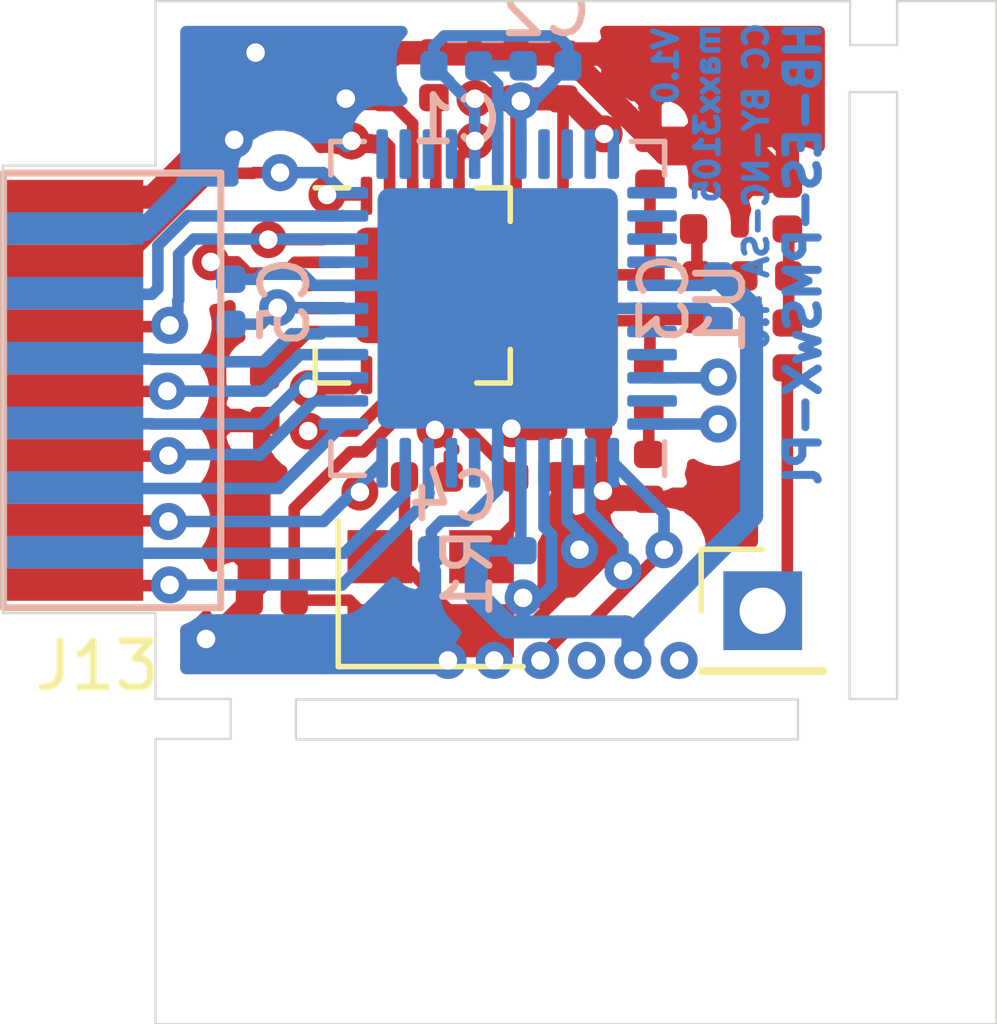
<source format=kicad_pcb>
(kicad_pcb (version 20171130) (host pcbnew "(5.1.2)-1")

  (general
    (thickness 0.7)
    (drawings 36)
    (tracks 384)
    (zones 0)
    (modules 33)
    (nets 51)
  )

  (page A4)
  (layers
    (0 F.Cu signal)
    (1 In1.Cu signal)
    (2 In2.Cu signal)
    (31 B.Cu signal)
    (32 B.Adhes user hide)
    (33 F.Adhes user hide)
    (34 B.Paste user)
    (35 F.Paste user)
    (36 B.SilkS user hide)
    (37 F.SilkS user hide)
    (38 B.Mask user)
    (39 F.Mask user)
    (40 Dwgs.User user hide)
    (41 Cmts.User user hide)
    (42 Eco1.User user hide)
    (43 Eco2.User user hide)
    (44 Edge.Cuts user)
    (45 Margin user hide)
    (46 B.CrtYd user hide)
    (47 F.CrtYd user hide)
    (48 B.Fab user hide)
    (49 F.Fab user hide)
  )

  (setup
    (last_trace_width 0.25)
    (trace_clearance 0.2)
    (zone_clearance 0.508)
    (zone_45_only no)
    (trace_min 0.2)
    (via_size 0.8)
    (via_drill 0.4)
    (via_min_size 0.4)
    (via_min_drill 0.3)
    (uvia_size 0.3)
    (uvia_drill 0.1)
    (uvias_allowed no)
    (uvia_min_size 0.2)
    (uvia_min_drill 0.1)
    (edge_width 0.05)
    (segment_width 0.2)
    (pcb_text_width 0.3)
    (pcb_text_size 1.5 1.5)
    (mod_edge_width 0.12)
    (mod_text_size 1 1)
    (mod_text_width 0.15)
    (pad_size 3 0.7)
    (pad_drill 0)
    (pad_to_mask_clearance 0.051)
    (solder_mask_min_width 0.25)
    (aux_axis_origin 0 0)
    (visible_elements 7FFFFFFF)
    (pcbplotparams
      (layerselection 0x0100c_ffffffff)
      (usegerberextensions false)
      (usegerberattributes false)
      (usegerberadvancedattributes false)
      (creategerberjobfile false)
      (excludeedgelayer true)
      (linewidth 0.100000)
      (plotframeref false)
      (viasonmask false)
      (mode 1)
      (useauxorigin false)
      (hpglpennumber 1)
      (hpglpenspeed 20)
      (hpglpendiameter 15.000000)
      (psnegative false)
      (psa4output false)
      (plotreference true)
      (plotvalue true)
      (plotinvisibletext false)
      (padsonsilk false)
      (subtractmaskfromsilk false)
      (outputformat 1)
      (mirror false)
      (drillshape 0)
      (scaleselection 1)
      (outputdirectory "HB-ES-PMSwX-Pl_GosoundSP111/Gerber/"))
  )

  (net 0 "")
  (net 1 GND)
  (net 2 VCC)
  (net 3 "Net-(C51-Pad1)")
  (net 4 "Net-(C101-Pad2)")
  (net 5 "Net-(C121-Pad2)")
  (net 6 "Net-(C121-Pad1)")
  (net 7 "Net-(C122-Pad2)")
  (net 8 "Net-(C123-Pad2)")
  (net 9 "Net-(C124-Pad2)")
  (net 10 "Net-(DR121-Pad2)")
  (net 11 "Net-(DR124-Pad1)")
  (net 12 "Net-(DR131-Pad2)")
  (net 13 /RESET)
  (net 14 "Net-(R171-Pad1)")
  (net 15 /CS)
  (net 16 "Net-(U1-Pad43)")
  (net 17 /GDO0)
  (net 18 "Net-(U1-Pad41)")
  (net 19 "Net-(U1-Pad40)")
  (net 20 "Net-(U1-Pad37)")
  (net 21 "Net-(U1-Pad36)")
  (net 22 "Net-(U1-Pad35)")
  (net 23 "Net-(U1-Pad34)")
  (net 24 "Net-(U1-Pad33)")
  (net 25 "Net-(U1-Pad32)")
  (net 26 "Net-(U1-Pad31)")
  (net 27 "Net-(U1-Pad30)")
  (net 28 "Net-(U1-Pad26)")
  (net 29 "Net-(U1-Pad25)")
  (net 30 /RX)
  (net 31 /TX)
  (net 32 /CF1)
  (net 33 /CF)
  (net 34 /BUT1)
  (net 35 /LED2)
  (net 36 /LED1)
  (net 37 /BUT2)
  (net 38 /REL1)
  (net 39 /REL2)
  (net 40 /RES)
  (net 41 "Net-(U1-Pad8)")
  (net 42 "Net-(U1-Pad7)")
  (net 43 /SCK)
  (net 44 /MISO)
  (net 45 /MOSI)
  (net 46 "Net-(U2-Pad3)")
  (net 47 "Net-(U1-Pad24)")
  (net 48 "Net-(U1-Pad23)")
  (net 49 "Net-(C81-Pad1)")
  (net 50 "Net-(U1-Pad19)")

  (net_class Default "Dies ist die voreingestellte Netzklasse."
    (clearance 0.2)
    (trace_width 0.25)
    (via_dia 0.8)
    (via_drill 0.4)
    (uvia_dia 0.3)
    (uvia_drill 0.1)
    (add_net /BUT1)
    (add_net /BUT2)
    (add_net /CF)
    (add_net /CF1)
    (add_net /CS)
    (add_net /GDO0)
    (add_net /LED1)
    (add_net /LED2)
    (add_net /MISO)
    (add_net /MOSI)
    (add_net /REL1)
    (add_net /REL2)
    (add_net /RES)
    (add_net /RESET)
    (add_net /RX)
    (add_net /SCK)
    (add_net /TX)
    (add_net GND)
    (add_net "Net-(C101-Pad2)")
    (add_net "Net-(C121-Pad1)")
    (add_net "Net-(C121-Pad2)")
    (add_net "Net-(C122-Pad2)")
    (add_net "Net-(C123-Pad2)")
    (add_net "Net-(C124-Pad2)")
    (add_net "Net-(C51-Pad1)")
    (add_net "Net-(C81-Pad1)")
    (add_net "Net-(DR121-Pad2)")
    (add_net "Net-(DR124-Pad1)")
    (add_net "Net-(DR131-Pad2)")
    (add_net "Net-(R171-Pad1)")
    (add_net "Net-(U1-Pad19)")
    (add_net "Net-(U1-Pad23)")
    (add_net "Net-(U1-Pad24)")
    (add_net "Net-(U1-Pad25)")
    (add_net "Net-(U1-Pad26)")
    (add_net "Net-(U1-Pad30)")
    (add_net "Net-(U1-Pad31)")
    (add_net "Net-(U1-Pad32)")
    (add_net "Net-(U1-Pad33)")
    (add_net "Net-(U1-Pad34)")
    (add_net "Net-(U1-Pad35)")
    (add_net "Net-(U1-Pad36)")
    (add_net "Net-(U1-Pad37)")
    (add_net "Net-(U1-Pad40)")
    (add_net "Net-(U1-Pad41)")
    (add_net "Net-(U1-Pad43)")
    (add_net "Net-(U1-Pad7)")
    (add_net "Net-(U1-Pad8)")
    (add_net "Net-(U2-Pad3)")
    (add_net VCC)
  )

  (module arduino-pro-mini-kicad-master:Gosund_SP111-C_V1.0 (layer F.Cu) (tedit 5FB46F15) (tstamp 5FB4759D)
    (at 110.9091 60.96 270)
    (path /5FCC3C65)
    (fp_text reference J13 (at 10.16 -0.508) (layer F.SilkS)
      (effects (font (size 1 1) (thickness 0.15)))
    )
    (fp_text value BW_Gosund_Con_V2 (at 5.08 2.54 90) (layer F.Fab)
      (effects (font (size 1 1) (thickness 0.15)))
    )
    (fp_line (start -0.5 1.524) (end 8.9 1.524) (layer F.SilkS) (width 0.15))
    (fp_line (start 8.9 -3.175) (end -0.5 -3.175) (layer F.SilkS) (width 0.15))
    (fp_line (start -0.5 1.524) (end 8.9 1.524) (layer B.SilkS) (width 0.15))
    (fp_line (start 8.9 -3.175) (end -0.5 -3.18) (layer B.SilkS) (width 0.15))
    (fp_line (start 8.9 1.524) (end 8.9 -3.175) (layer B.SilkS) (width 0.15))
    (fp_line (start -0.5 -3.18) (end -0.5 1.524) (layer B.SilkS) (width 0.15))
    (fp_line (start 8.9 1.524) (end 8.9 -3.175) (layer F.SilkS) (width 0.15))
    (fp_line (start -0.5 -3.175) (end -0.5 1.524) (layer F.SilkS) (width 0.15))
    (pad BUT1 smd rect (at 5.6 0) (size 3 0.7) (layers F.Cu F.Paste F.Mask)
      (net 34 /BUT1))
    (pad GND smd rect (at 0.7 0) (size 3 0.7) (layers B.Cu B.Paste B.Mask)
      (net 1 GND))
    (pad CF1 smd rect (at 7 0) (size 3 0.7) (layers F.Cu F.Paste F.Mask)
      (net 32 /CF1))
    (pad LED1 smd rect (at 4.2 0) (size 3 0.7) (layers F.Cu F.Paste F.Mask)
      (net 36 /LED1))
    (pad BUT2 smd rect (at 3.5 0) (size 3 0.7) (layers B.Cu B.Paste B.Mask)
      (net 37 /BUT2))
    (pad REL1 smd rect (at 2.8 0) (size 3 0.7) (layers F.Cu F.Paste F.Mask)
      (net 38 /REL1))
    (pad REL2 smd rect (at 2.1 0) (size 3 0.7) (layers B.Cu B.Paste B.Mask)
      (net 39 /REL2))
    (pad CF smd rect (at 6.3 0) (size 3 0.7) (layers B.Cu B.Paste B.Mask)
      (net 33 /CF))
    (pad LED2 smd rect (at 4.9 0) (size 3 0.7) (layers B.Cu B.Paste B.Mask)
      (net 35 /LED2))
    (pad RES smd rect (at 1.4 0) (size 3 0.7) (layers F.Cu F.Paste F.Mask)
      (net 40 /RES))
    (pad VCC smd rect (at 0 0) (size 3 0.7) (layers F.Cu F.Paste F.Mask)
      (net 2 VCC))
    (pad TX smd rect (at 7.7 0) (size 3 0.7) (layers B.Cu B.Paste B.Mask)
      (net 31 /TX))
    (pad RX smd rect (at 8.4 0) (size 3 0.7) (layers F.Cu F.Paste F.Mask)
      (net 30 /RX))
  )

  (module Package_DFN_QFN:QFN-20-1EP_4x4mm_P0.5mm_EP2.5x2.5mm (layer F.Cu) (tedit 5C1FD453) (tstamp 5FB2AC5D)
    (at 118.237 62.8904)
    (descr "QFN, 20 Pin (http://ww1.microchip.com/downloads/en/PackagingSpec/00000049BQ.pdf#page=274), generated with kicad-footprint-generator ipc_dfn_qfn_generator.py")
    (tags "QFN DFN_QFN")
    (path /5FCCF7C4)
    (attr smd)
    (fp_text reference U2 (at 0 -3.3) (layer F.SilkS) hide
      (effects (font (size 1 1) (thickness 0.15)))
    )
    (fp_text value CC1101RGPR (at 0 3.3) (layer F.Fab) hide
      (effects (font (size 1 1) (thickness 0.15)))
    )
    (fp_text user %R (at 0 0) (layer F.Fab) hide
      (effects (font (size 1 1) (thickness 0.15)))
    )
    (fp_line (start 2.6 -2.6) (end -2.6 -2.6) (layer F.CrtYd) (width 0.05))
    (fp_line (start 2.6 2.6) (end 2.6 -2.6) (layer F.CrtYd) (width 0.05))
    (fp_line (start -2.6 2.6) (end 2.6 2.6) (layer F.CrtYd) (width 0.05))
    (fp_line (start -2.6 -2.6) (end -2.6 2.6) (layer F.CrtYd) (width 0.05))
    (fp_line (start -2 -1) (end -1 -2) (layer F.Fab) (width 0.1))
    (fp_line (start -2 2) (end -2 -1) (layer F.Fab) (width 0.1))
    (fp_line (start 2 2) (end -2 2) (layer F.Fab) (width 0.1))
    (fp_line (start 2 -2) (end 2 2) (layer F.Fab) (width 0.1))
    (fp_line (start -1 -2) (end 2 -2) (layer F.Fab) (width 0.1))
    (fp_line (start -1.385 -2.11) (end -2.11 -2.11) (layer F.SilkS) (width 0.12))
    (fp_line (start 2.11 2.11) (end 2.11 1.385) (layer F.SilkS) (width 0.12))
    (fp_line (start 1.385 2.11) (end 2.11 2.11) (layer F.SilkS) (width 0.12))
    (fp_line (start -2.11 2.11) (end -2.11 1.385) (layer F.SilkS) (width 0.12))
    (fp_line (start -1.385 2.11) (end -2.11 2.11) (layer F.SilkS) (width 0.12))
    (fp_line (start 2.11 -2.11) (end 2.11 -1.385) (layer F.SilkS) (width 0.12))
    (fp_line (start 1.385 -2.11) (end 2.11 -2.11) (layer F.SilkS) (width 0.12))
    (pad 20 smd roundrect (at -1 -1.9375) (size 0.25 0.825) (layers F.Cu F.Paste F.Mask) (roundrect_rratio 0.25)
      (net 45 /MOSI))
    (pad 19 smd roundrect (at -0.5 -1.9375) (size 0.25 0.825) (layers F.Cu F.Paste F.Mask) (roundrect_rratio 0.25)
      (net 1 GND))
    (pad 18 smd roundrect (at 0 -1.9375) (size 0.25 0.825) (layers F.Cu F.Paste F.Mask) (roundrect_rratio 0.25)
      (net 2 VCC))
    (pad 17 smd roundrect (at 0.5 -1.9375) (size 0.25 0.825) (layers F.Cu F.Paste F.Mask) (roundrect_rratio 0.25)
      (net 14 "Net-(R171-Pad1)"))
    (pad 16 smd roundrect (at 1 -1.9375) (size 0.25 0.825) (layers F.Cu F.Paste F.Mask) (roundrect_rratio 0.25)
      (net 1 GND))
    (pad 15 smd roundrect (at 1.9375 -1) (size 0.825 0.25) (layers F.Cu F.Paste F.Mask) (roundrect_rratio 0.25)
      (net 2 VCC))
    (pad 14 smd roundrect (at 1.9375 -0.5) (size 0.825 0.25) (layers F.Cu F.Paste F.Mask) (roundrect_rratio 0.25)
      (net 2 VCC))
    (pad 13 smd roundrect (at 1.9375 0) (size 0.825 0.25) (layers F.Cu F.Paste F.Mask) (roundrect_rratio 0.25)
      (net 12 "Net-(DR131-Pad2)"))
    (pad 12 smd roundrect (at 1.9375 0.5) (size 0.825 0.25) (layers F.Cu F.Paste F.Mask) (roundrect_rratio 0.25)
      (net 10 "Net-(DR121-Pad2)"))
    (pad 11 smd roundrect (at 1.9375 1) (size 0.825 0.25) (layers F.Cu F.Paste F.Mask) (roundrect_rratio 0.25)
      (net 2 VCC))
    (pad 10 smd roundrect (at 1 1.9375) (size 0.25 0.825) (layers F.Cu F.Paste F.Mask) (roundrect_rratio 0.25)
      (net 4 "Net-(C101-Pad2)"))
    (pad 9 smd roundrect (at 0.5 1.9375) (size 0.25 0.825) (layers F.Cu F.Paste F.Mask) (roundrect_rratio 0.25)
      (net 2 VCC))
    (pad 8 smd roundrect (at 0 1.9375) (size 0.25 0.825) (layers F.Cu F.Paste F.Mask) (roundrect_rratio 0.25)
      (net 49 "Net-(C81-Pad1)"))
    (pad 7 smd roundrect (at -0.5 1.9375) (size 0.25 0.825) (layers F.Cu F.Paste F.Mask) (roundrect_rratio 0.25)
      (net 15 /CS))
    (pad 6 smd roundrect (at -1 1.9375) (size 0.25 0.825) (layers F.Cu F.Paste F.Mask) (roundrect_rratio 0.25)
      (net 17 /GDO0))
    (pad 5 smd roundrect (at -1.9375 1) (size 0.825 0.25) (layers F.Cu F.Paste F.Mask) (roundrect_rratio 0.25)
      (net 3 "Net-(C51-Pad1)"))
    (pad 4 smd roundrect (at -1.9375 0.5) (size 0.825 0.25) (layers F.Cu F.Paste F.Mask) (roundrect_rratio 0.25)
      (net 2 VCC))
    (pad 3 smd roundrect (at -1.9375 0) (size 0.825 0.25) (layers F.Cu F.Paste F.Mask) (roundrect_rratio 0.25)
      (net 46 "Net-(U2-Pad3)"))
    (pad 2 smd roundrect (at -1.9375 -0.5) (size 0.825 0.25) (layers F.Cu F.Paste F.Mask) (roundrect_rratio 0.25)
      (net 44 /MISO))
    (pad 1 smd roundrect (at -1.9375 -1) (size 0.825 0.25) (layers F.Cu F.Paste F.Mask) (roundrect_rratio 0.25)
      (net 43 /SCK))
    (pad "" smd roundrect (at 0.625 0.625) (size 1.01 1.01) (layers F.Paste) (roundrect_rratio 0.247525))
    (pad "" smd roundrect (at 0.625 -0.625) (size 1.01 1.01) (layers F.Paste) (roundrect_rratio 0.247525))
    (pad "" smd roundrect (at -0.625 0.625) (size 1.01 1.01) (layers F.Paste) (roundrect_rratio 0.247525))
    (pad "" smd roundrect (at -0.625 -0.625) (size 1.01 1.01) (layers F.Paste) (roundrect_rratio 0.247525))
    (pad 21 smd roundrect (at 0 0) (size 2.5 2.5) (layers F.Cu F.Mask) (roundrect_rratio 0.1)
      (net 1 GND))
    (model ${KISYS3DMOD}/Package_DFN_QFN.3dshapes/QFN-20-1EP_4x4mm_P0.5mm_EP2.5x2.5mm.wrl
      (at (xyz 0 0 0))
      (scale (xyz 1 1 1))
      (rotate (xyz 0 0 0))
    )
  )

  (module Package_DFN_QFN:QFN-44-1EP_7x7mm_P0.5mm_EP5.2x5.2mm (layer B.Cu) (tedit 5FB2C98B) (tstamp 5FB2AC2A)
    (at 120.0762 63.388 90)
    (descr "QFN, 44 Pin (http://ww1.microchip.com/downloads/en/DeviceDoc/2512S.pdf#page=17), generated with kicad-footprint-generator ipc_dfn_qfn_generator.py")
    (tags "QFN DFN_QFN")
    (path /5FB7F00D)
    (attr smd)
    (fp_text reference U1 (at 0 4.82 90) (layer B.SilkS)
      (effects (font (size 1 1) (thickness 0.15)) (justify mirror))
    )
    (fp_text value ATmega644PA-MU (at 0 -4.82 90) (layer B.Fab)
      (effects (font (size 1 1) (thickness 0.15)) (justify mirror))
    )
    (fp_text user %R (at 0 0 90) (layer B.Fab)
      (effects (font (size 1 1) (thickness 0.15)) (justify mirror))
    )
    (fp_line (start 4.12 4.12) (end -4.12 4.12) (layer B.CrtYd) (width 0.05))
    (fp_line (start 4.12 -4.12) (end 4.12 4.12) (layer B.CrtYd) (width 0.05))
    (fp_line (start -4.12 -4.12) (end 4.12 -4.12) (layer B.CrtYd) (width 0.05))
    (fp_line (start -4.12 4.12) (end -4.12 -4.12) (layer B.CrtYd) (width 0.05))
    (fp_line (start -3.5 2.5) (end -2.5 3.5) (layer B.Fab) (width 0.1))
    (fp_line (start -3.5 -3.5) (end -3.5 2.5) (layer B.Fab) (width 0.1))
    (fp_line (start 3.5 -3.5) (end -3.5 -3.5) (layer B.Fab) (width 0.1))
    (fp_line (start 3.5 3.5) (end 3.5 -3.5) (layer B.Fab) (width 0.1))
    (fp_line (start -2.5 3.5) (end 3.5 3.5) (layer B.Fab) (width 0.1))
    (fp_line (start -2.885 3.61) (end -3.61 3.61) (layer B.SilkS) (width 0.12))
    (fp_line (start 3.61 -3.61) (end 3.61 -2.885) (layer B.SilkS) (width 0.12))
    (fp_line (start 2.885 -3.61) (end 3.61 -3.61) (layer B.SilkS) (width 0.12))
    (fp_line (start -3.61 -3.61) (end -3.61 -2.885) (layer B.SilkS) (width 0.12))
    (fp_line (start -2.885 -3.61) (end -3.61 -3.61) (layer B.SilkS) (width 0.12))
    (fp_line (start 3.61 3.61) (end 3.61 2.885) (layer B.SilkS) (width 0.12))
    (fp_line (start 2.885 3.61) (end 3.61 3.61) (layer B.SilkS) (width 0.12))
    (pad 44 smd roundrect (at -2.5 3.3375 90) (size 0.25 1.075) (layers B.Cu B.Paste B.Mask) (roundrect_rratio 0.25)
      (net 15 /CS))
    (pad 43 smd roundrect (at -2 3.3375 90) (size 0.25 1.075) (layers B.Cu B.Paste B.Mask) (roundrect_rratio 0.25)
      (net 16 "Net-(U1-Pad43)"))
    (pad 42 smd roundrect (at -1.5 3.3375 90) (size 0.25 1.075) (layers B.Cu B.Paste B.Mask) (roundrect_rratio 0.25)
      (net 17 /GDO0))
    (pad 41 smd roundrect (at -1 3.3375 90) (size 0.25 1.075) (layers B.Cu B.Paste B.Mask) (roundrect_rratio 0.25)
      (net 18 "Net-(U1-Pad41)"))
    (pad 40 smd roundrect (at -0.5 3.3375 90) (size 0.25 1.075) (layers B.Cu B.Paste B.Mask) (roundrect_rratio 0.25)
      (net 19 "Net-(U1-Pad40)"))
    (pad 39 smd roundrect (at 0 3.3375 90) (size 0.25 1.075) (layers B.Cu B.Paste B.Mask) (roundrect_rratio 0.25)
      (net 1 GND))
    (pad 38 smd roundrect (at 0.5 3.3375 90) (size 0.25 1.075) (layers B.Cu B.Paste B.Mask) (roundrect_rratio 0.25)
      (net 2 VCC))
    (pad 37 smd roundrect (at 1 3.3375 90) (size 0.25 1.075) (layers B.Cu B.Paste B.Mask) (roundrect_rratio 0.25)
      (net 20 "Net-(U1-Pad37)"))
    (pad 36 smd roundrect (at 1.5 3.3375 90) (size 0.25 1.075) (layers B.Cu B.Paste B.Mask) (roundrect_rratio 0.25)
      (net 21 "Net-(U1-Pad36)"))
    (pad 35 smd roundrect (at 2 3.3375 90) (size 0.25 1.075) (layers B.Cu B.Paste B.Mask) (roundrect_rratio 0.25)
      (net 22 "Net-(U1-Pad35)"))
    (pad 34 smd roundrect (at 2.5 3.3375 90) (size 0.25 1.075) (layers B.Cu B.Paste B.Mask) (roundrect_rratio 0.25)
      (net 23 "Net-(U1-Pad34)"))
    (pad 33 smd roundrect (at 3.3375 2.5 90) (size 1.075 0.25) (layers B.Cu B.Paste B.Mask) (roundrect_rratio 0.25)
      (net 24 "Net-(U1-Pad33)"))
    (pad 32 smd roundrect (at 3.3375 2 90) (size 1.075 0.25) (layers B.Cu B.Paste B.Mask) (roundrect_rratio 0.25)
      (net 25 "Net-(U1-Pad32)"))
    (pad 31 smd roundrect (at 3.3375 1.5 90) (size 1.075 0.25) (layers B.Cu B.Paste B.Mask) (roundrect_rratio 0.25)
      (net 26 "Net-(U1-Pad31)"))
    (pad 30 smd roundrect (at 3.3375 1 90) (size 1.075 0.25) (layers B.Cu B.Paste B.Mask) (roundrect_rratio 0.25)
      (net 27 "Net-(U1-Pad30)"))
    (pad 29 smd roundrect (at 3.3375 0.5 90) (size 1.075 0.25) (layers B.Cu B.Paste B.Mask) (roundrect_rratio 0.25)
      (net 2 VCC))
    (pad 28 smd roundrect (at 3.3375 0 90) (size 1.075 0.25) (layers B.Cu B.Paste B.Mask) (roundrect_rratio 0.25)
      (net 1 GND))
    (pad 27 smd roundrect (at 3.3375 -0.5 90) (size 1.075 0.25) (layers B.Cu B.Paste B.Mask) (roundrect_rratio 0.25)
      (net 2 VCC))
    (pad 26 smd roundrect (at 3.3375 -1 90) (size 1.075 0.25) (layers B.Cu B.Paste B.Mask) (roundrect_rratio 0.25)
      (net 28 "Net-(U1-Pad26)"))
    (pad 25 smd roundrect (at 3.3375 -1.5 90) (size 1.075 0.25) (layers B.Cu B.Paste B.Mask) (roundrect_rratio 0.25)
      (net 29 "Net-(U1-Pad25)"))
    (pad 24 smd roundrect (at 3.3375 -2 90) (size 1.075 0.25) (layers B.Cu B.Paste B.Mask) (roundrect_rratio 0.25)
      (net 47 "Net-(U1-Pad24)"))
    (pad 23 smd roundrect (at 3.3375 -2.5 90) (size 1.075 0.25) (layers B.Cu B.Paste B.Mask) (roundrect_rratio 0.25)
      (net 48 "Net-(U1-Pad23)"))
    (pad 22 smd roundrect (at 2.5 -3.3375 90) (size 0.25 1.075) (layers B.Cu B.Paste B.Mask) (roundrect_rratio 0.25)
      (net 40 /RES))
    (pad 21 smd roundrect (at 2 -3.3375 90) (size 0.25 1.075) (layers B.Cu B.Paste B.Mask) (roundrect_rratio 0.25)
      (net 39 /REL2))
    (pad 20 smd roundrect (at 1.5 -3.3375 90) (size 0.25 1.075) (layers B.Cu B.Paste B.Mask) (roundrect_rratio 0.25)
      (net 38 /REL1))
    (pad 19 smd roundrect (at 1 -3.3375 90) (size 0.25 1.075) (layers B.Cu B.Paste B.Mask) (roundrect_rratio 0.25)
      (net 50 "Net-(U1-Pad19)"))
    (pad 18 smd roundrect (at 0.5 -3.3375 90) (size 0.25 1.075) (layers B.Cu B.Paste B.Mask) (roundrect_rratio 0.25)
      (net 1 GND))
    (pad 17 smd roundrect (at 0 -3.3375 90) (size 0.25 1.075) (layers B.Cu B.Paste B.Mask) (roundrect_rratio 0.25)
      (net 2 VCC))
    (pad 16 smd roundrect (at -0.5 -3.3375 90) (size 0.25 1.075) (layers B.Cu B.Paste B.Mask) (roundrect_rratio 0.25)
      (net 37 /BUT2))
    (pad 15 smd roundrect (at -1 -3.3375 90) (size 0.25 1.075) (layers B.Cu B.Paste B.Mask) (roundrect_rratio 0.25)
      (net 36 /LED1))
    (pad 14 smd roundrect (at -1.5 -3.3375 90) (size 0.25 1.075) (layers B.Cu B.Paste B.Mask) (roundrect_rratio 0.25)
      (net 35 /LED2))
    (pad 13 smd roundrect (at -2 -3.3375 90) (size 0.25 1.075) (layers B.Cu B.Paste B.Mask) (roundrect_rratio 0.25)
      (net 34 /BUT1))
    (pad 12 smd roundrect (at -2.5 -3.3375 90) (size 0.25 1.075) (layers B.Cu B.Paste B.Mask) (roundrect_rratio 0.25)
      (net 33 /CF))
    (pad 11 smd roundrect (at -3.3375 -2.5 90) (size 1.075 0.25) (layers B.Cu B.Paste B.Mask) (roundrect_rratio 0.25)
      (net 32 /CF1))
    (pad 10 smd roundrect (at -3.3375 -2 90) (size 1.075 0.25) (layers B.Cu B.Paste B.Mask) (roundrect_rratio 0.25)
      (net 31 /TX))
    (pad 9 smd roundrect (at -3.3375 -1.5 90) (size 1.075 0.25) (layers B.Cu B.Paste B.Mask) (roundrect_rratio 0.25)
      (net 30 /RX))
    (pad 8 smd roundrect (at -3.3375 -1 90) (size 1.075 0.25) (layers B.Cu B.Paste B.Mask) (roundrect_rratio 0.25)
      (net 41 "Net-(U1-Pad8)"))
    (pad 7 smd roundrect (at -3.3375 -0.5 90) (size 1.075 0.25) (layers B.Cu B.Paste B.Mask) (roundrect_rratio 0.25)
      (net 42 "Net-(U1-Pad7)"))
    (pad 6 smd roundrect (at -3.3375 0 90) (size 1.075 0.25) (layers B.Cu B.Paste B.Mask) (roundrect_rratio 0.25)
      (net 1 GND))
    (pad 5 smd roundrect (at -3.3375 0.5 90) (size 1.075 0.25) (layers B.Cu B.Paste B.Mask) (roundrect_rratio 0.25)
      (net 2 VCC))
    (pad 4 smd roundrect (at -3.3375 1 90) (size 1.075 0.25) (layers B.Cu B.Paste B.Mask) (roundrect_rratio 0.25)
      (net 13 /RESET))
    (pad 3 smd roundrect (at -3.3375 1.5 90) (size 1.075 0.25) (layers B.Cu B.Paste B.Mask) (roundrect_rratio 0.25)
      (net 43 /SCK))
    (pad 2 smd roundrect (at -3.3375 2 90) (size 1.075 0.25) (layers B.Cu B.Paste B.Mask) (roundrect_rratio 0.25)
      (net 44 /MISO))
    (pad 1 smd roundrect (at -3.3375 2.5 90) (size 1.075 0.25) (layers B.Cu B.Paste B.Mask) (roundrect_rratio 0.25)
      (net 45 /MOSI))
    (pad "" smd roundrect (at 1.95 -1.95 90) (size 1.05 1.05) (layers B.Paste) (roundrect_rratio 0.238095))
    (pad "" smd roundrect (at 1.95 -0.65 90) (size 1.05 1.05) (layers B.Paste) (roundrect_rratio 0.238095))
    (pad "" smd roundrect (at 1.95 0.65 90) (size 1.05 1.05) (layers B.Paste) (roundrect_rratio 0.238095))
    (pad "" smd roundrect (at 1.95 1.95 90) (size 1.05 1.05) (layers B.Paste) (roundrect_rratio 0.238095))
    (pad "" smd roundrect (at 0.65 -1.95 90) (size 1.05 1.05) (layers B.Paste) (roundrect_rratio 0.238095))
    (pad "" smd roundrect (at 0.65 -0.65 90) (size 1.05 1.05) (layers B.Paste) (roundrect_rratio 0.238095))
    (pad "" smd roundrect (at 0.65 0.65 90) (size 1.05 1.05) (layers B.Paste) (roundrect_rratio 0.238095))
    (pad "" smd roundrect (at 0.65 1.95 90) (size 1.05 1.05) (layers B.Paste) (roundrect_rratio 0.238095))
    (pad "" smd roundrect (at -0.65 -1.95 90) (size 1.05 1.05) (layers B.Paste) (roundrect_rratio 0.238095))
    (pad "" smd roundrect (at -0.65 -0.65 90) (size 1.05 1.05) (layers B.Paste) (roundrect_rratio 0.238095))
    (pad "" smd roundrect (at -0.65 0.65 90) (size 1.05 1.05) (layers B.Paste) (roundrect_rratio 0.238095))
    (pad "" smd roundrect (at -0.65 1.95 90) (size 1.05 1.05) (layers B.Paste) (roundrect_rratio 0.238095))
    (pad "" smd roundrect (at -1.95 -1.95 90) (size 1.05 1.05) (layers B.Paste) (roundrect_rratio 0.238095))
    (pad "" smd roundrect (at -1.95 -0.65 90) (size 1.05 1.05) (layers B.Paste) (roundrect_rratio 0.238095))
    (pad "" smd roundrect (at -1.95 0.65 90) (size 1.05 1.05) (layers B.Paste) (roundrect_rratio 0.238095))
    (pad "" smd roundrect (at -1.95 1.95 90) (size 1.05 1.05) (layers B.Paste) (roundrect_rratio 0.238095))
    (pad 45 smd roundrect (at 0 0 90) (size 5.2 5.2) (layers B.Cu B.Mask) (roundrect_rratio 0.048077)
      (net 1 GND))
    (model ${KISYS3DMOD}/Package_DFN_QFN.3dshapes/QFN-44-1EP_7x7mm_P0.5mm_EP5.2x5.2mm.wrl
      (at (xyz 0 0 0))
      (scale (xyz 1 1 1))
      (rotate (xyz 0 0 0))
    )
  )

  (module Resistor_SMD:R_0402_1005Metric (layer F.Cu) (tedit 5B301BBD) (tstamp 5FB2ABD8)
    (at 118.6942 58.3462 90)
    (descr "Resistor SMD 0402 (1005 Metric), square (rectangular) end terminal, IPC_7351 nominal, (Body size source: http://www.tortai-tech.com/upload/download/2011102023233369053.pdf), generated with kicad-footprint-generator")
    (tags resistor)
    (path /5FCFC13E)
    (attr smd)
    (fp_text reference R171 (at 0 -1.17 90) (layer F.SilkS) hide
      (effects (font (size 1 1) (thickness 0.15)))
    )
    (fp_text value 56K (at 0 1.17 90) (layer F.Fab)
      (effects (font (size 1 1) (thickness 0.15)))
    )
    (fp_text user %R (at 0 0 90) (layer F.Fab)
      (effects (font (size 0.25 0.25) (thickness 0.04)))
    )
    (fp_line (start 0.93 0.47) (end -0.93 0.47) (layer F.CrtYd) (width 0.05))
    (fp_line (start 0.93 -0.47) (end 0.93 0.47) (layer F.CrtYd) (width 0.05))
    (fp_line (start -0.93 -0.47) (end 0.93 -0.47) (layer F.CrtYd) (width 0.05))
    (fp_line (start -0.93 0.47) (end -0.93 -0.47) (layer F.CrtYd) (width 0.05))
    (fp_line (start 0.5 0.25) (end -0.5 0.25) (layer F.Fab) (width 0.1))
    (fp_line (start 0.5 -0.25) (end 0.5 0.25) (layer F.Fab) (width 0.1))
    (fp_line (start -0.5 -0.25) (end 0.5 -0.25) (layer F.Fab) (width 0.1))
    (fp_line (start -0.5 0.25) (end -0.5 -0.25) (layer F.Fab) (width 0.1))
    (pad 2 smd roundrect (at 0.485 0 90) (size 0.59 0.64) (layers F.Cu F.Paste F.Mask) (roundrect_rratio 0.25)
      (net 1 GND))
    (pad 1 smd roundrect (at -0.485 0 90) (size 0.59 0.64) (layers F.Cu F.Paste F.Mask) (roundrect_rratio 0.25)
      (net 14 "Net-(R171-Pad1)"))
    (model ${KISYS3DMOD}/Resistor_SMD.3dshapes/R_0402_1005Metric.wrl
      (at (xyz 0 0 0))
      (scale (xyz 1 1 1))
      (rotate (xyz 0 0 0))
    )
  )

  (module Resistor_SMD:R_0402_1005Metric (layer B.Cu) (tedit 5B301BBD) (tstamp 5FB2ABC9)
    (at 120.5992 69.111 270)
    (descr "Resistor SMD 0402 (1005 Metric), square (rectangular) end terminal, IPC_7351 nominal, (Body size source: http://www.tortai-tech.com/upload/download/2011102023233369053.pdf), generated with kicad-footprint-generator")
    (tags resistor)
    (path /5AD3185F)
    (attr smd)
    (fp_text reference R1 (at 0 1.17 90) (layer B.SilkS)
      (effects (font (size 1 1) (thickness 0.15)) (justify mirror))
    )
    (fp_text value 10k (at 0 -1.17 90) (layer B.Fab)
      (effects (font (size 1 1) (thickness 0.15)) (justify mirror))
    )
    (fp_text user %R (at 0 0 90) (layer B.Fab)
      (effects (font (size 0.25 0.25) (thickness 0.04)) (justify mirror))
    )
    (fp_line (start 0.93 -0.47) (end -0.93 -0.47) (layer B.CrtYd) (width 0.05))
    (fp_line (start 0.93 0.47) (end 0.93 -0.47) (layer B.CrtYd) (width 0.05))
    (fp_line (start -0.93 0.47) (end 0.93 0.47) (layer B.CrtYd) (width 0.05))
    (fp_line (start -0.93 -0.47) (end -0.93 0.47) (layer B.CrtYd) (width 0.05))
    (fp_line (start 0.5 -0.25) (end -0.5 -0.25) (layer B.Fab) (width 0.1))
    (fp_line (start 0.5 0.25) (end 0.5 -0.25) (layer B.Fab) (width 0.1))
    (fp_line (start -0.5 0.25) (end 0.5 0.25) (layer B.Fab) (width 0.1))
    (fp_line (start -0.5 -0.25) (end -0.5 0.25) (layer B.Fab) (width 0.1))
    (pad 2 smd roundrect (at 0.485 0 270) (size 0.59 0.64) (layers B.Cu B.Paste B.Mask) (roundrect_rratio 0.25)
      (net 13 /RESET))
    (pad 1 smd roundrect (at -0.485 0 270) (size 0.59 0.64) (layers B.Cu B.Paste B.Mask) (roundrect_rratio 0.25)
      (net 2 VCC))
    (model ${KISYS3DMOD}/Resistor_SMD.3dshapes/R_0402_1005Metric.wrl
      (at (xyz 0 0 0))
      (scale (xyz 1 1 1))
      (rotate (xyz 0 0 0))
    )
  )

  (module Crystal:Crystal_SMD_SeikoEpson_TSX3225-4Pin_3.2x2.5mm (layer F.Cu) (tedit 5A0FD1B2) (tstamp 5FB2ABBA)
    (at 118.6258 69.558)
    (descr "crystal Epson Toyocom TSX-3225 series https://support.epson.biz/td/api/doc_check.php?dl=brief_fa-238v_en.pdf, 3.2x2.5mm^2 package")
    (tags "SMD SMT crystal")
    (path /5FD0A868)
    (attr smd)
    (fp_text reference Q1 (at 0 -2.45) (layer F.SilkS) hide
      (effects (font (size 1 1) (thickness 0.15)))
    )
    (fp_text value "26Mhz, +-10PPM, 10pF" (at 0 2.45) (layer F.Fab)
      (effects (font (size 1 1) (thickness 0.15)))
    )
    (fp_line (start 2.1 -1.7) (end -2.1 -1.7) (layer F.CrtYd) (width 0.05))
    (fp_line (start 2.1 1.7) (end 2.1 -1.7) (layer F.CrtYd) (width 0.05))
    (fp_line (start -2.1 1.7) (end 2.1 1.7) (layer F.CrtYd) (width 0.05))
    (fp_line (start -2.1 -1.7) (end -2.1 1.7) (layer F.CrtYd) (width 0.05))
    (fp_line (start -2 1.575) (end 2 1.575) (layer F.SilkS) (width 0.12))
    (fp_line (start -2 -1.575) (end -2 1.575) (layer F.SilkS) (width 0.12))
    (fp_line (start -1.6 0.25) (end -0.6 1.25) (layer F.Fab) (width 0.1))
    (fp_line (start -1.6 -1.15) (end -1.5 -1.25) (layer F.Fab) (width 0.1))
    (fp_line (start -1.6 1.15) (end -1.6 -1.15) (layer F.Fab) (width 0.1))
    (fp_line (start -1.5 1.25) (end -1.6 1.15) (layer F.Fab) (width 0.1))
    (fp_line (start 1.5 1.25) (end -1.5 1.25) (layer F.Fab) (width 0.1))
    (fp_line (start 1.6 1.15) (end 1.5 1.25) (layer F.Fab) (width 0.1))
    (fp_line (start 1.6 -1.15) (end 1.6 1.15) (layer F.Fab) (width 0.1))
    (fp_line (start 1.5 -1.25) (end 1.6 -1.15) (layer F.Fab) (width 0.1))
    (fp_line (start -1.5 -1.25) (end 1.5 -1.25) (layer F.Fab) (width 0.1))
    (fp_text user %R (at 0 0) (layer F.Fab)
      (effects (font (size 0.7 0.7) (thickness 0.105)))
    )
    (pad 4 smd rect (at -1.1 -0.8) (size 1.4 1.15) (layers F.Cu F.Paste F.Mask)
      (net 1 GND))
    (pad 3 smd rect (at 1.1 -0.8) (size 1.4 1.15) (layers F.Cu F.Paste F.Mask)
      (net 4 "Net-(C101-Pad2)"))
    (pad 2 smd rect (at 1.1 0.8) (size 1.4 1.15) (layers F.Cu F.Paste F.Mask)
      (net 1 GND))
    (pad 1 smd rect (at -1.1 0.8) (size 1.4 1.15) (layers F.Cu F.Paste F.Mask)
      (net 49 "Net-(C81-Pad1)"))
    (model ${KISYS3DMOD}/Crystal.3dshapes/Crystal_SMD_SeikoEpson_TSX3225-4Pin_3.2x2.5mm.wrl
      (at (xyz 0 0 0))
      (scale (xyz 1 1 1))
      (rotate (xyz 0 0 0))
    )
  )

  (module Connector_PinHeader_2.54mm:PinHeader_1x01_P2.54mm_Vertical (layer F.Cu) (tedit 59FED5CC) (tstamp 5FB2AB89)
    (at 125.8062 69.9262)
    (descr "Through hole straight pin header, 1x01, 2.54mm pitch, single row")
    (tags "Through hole pin header THT 1x01 2.54mm single row")
    (path /5FBEE764)
    (fp_text reference J1 (at 0 -2.33) (layer F.SilkS) hide
      (effects (font (size 1 1) (thickness 0.15)))
    )
    (fp_text value Conn_01x01 (at 0 2.33) (layer F.Fab) hide
      (effects (font (size 1 1) (thickness 0.15)))
    )
    (fp_text user %R (at 0 0 90) (layer F.Fab) hide
      (effects (font (size 1 1) (thickness 0.15)))
    )
    (fp_line (start 1.8 -1.8) (end -1.8 -1.8) (layer F.CrtYd) (width 0.05))
    (fp_line (start 1.8 1.8) (end 1.8 -1.8) (layer F.CrtYd) (width 0.05))
    (fp_line (start -1.8 1.8) (end 1.8 1.8) (layer F.CrtYd) (width 0.05))
    (fp_line (start -1.8 -1.8) (end -1.8 1.8) (layer F.CrtYd) (width 0.05))
    (fp_line (start -1.33 -1.33) (end 0 -1.33) (layer F.SilkS) (width 0.12))
    (fp_line (start -1.33 0) (end -1.33 -1.33) (layer F.SilkS) (width 0.12))
    (fp_line (start -1.33 1.27) (end 1.33 1.27) (layer F.SilkS) (width 0.12))
    (fp_line (start 1.33 1.27) (end 1.33 1.33) (layer F.SilkS) (width 0.12))
    (fp_line (start -1.33 1.27) (end -1.33 1.33) (layer F.SilkS) (width 0.12))
    (fp_line (start -1.33 1.33) (end 1.33 1.33) (layer F.SilkS) (width 0.12))
    (fp_line (start -1.27 -0.635) (end -0.635 -1.27) (layer F.Fab) (width 0.1))
    (fp_line (start -1.27 1.27) (end -1.27 -0.635) (layer F.Fab) (width 0.1))
    (fp_line (start 1.27 1.27) (end -1.27 1.27) (layer F.Fab) (width 0.1))
    (fp_line (start 1.27 -1.27) (end 1.27 1.27) (layer F.Fab) (width 0.1))
    (fp_line (start -0.635 -1.27) (end 1.27 -1.27) (layer F.Fab) (width 0.1))
    (pad 1 thru_hole rect (at 0 0) (size 1.7 1.7) (drill 1) (layers *.Cu *.Mask)
      (net 11 "Net-(DR124-Pad1)"))
    (model ${KISYS3DMOD}/Connector_PinHeader_2.54mm.3dshapes/PinHeader_1x01_P2.54mm_Vertical.wrl
      (at (xyz 0 0 0))
      (scale (xyz 1 1 1))
      (rotate (xyz 0 0 0))
    )
  )

  (module Inductor_SMD:L_0402_1005Metric (layer F.Cu) (tedit 5B301BBE) (tstamp 5FB2AB74)
    (at 123.8274 61.6712 180)
    (descr "Inductor SMD 0402 (1005 Metric), square (rectangular) end terminal, IPC_7351 nominal, (Body size source: http://www.tortai-tech.com/upload/download/2011102023233369053.pdf), generated with kicad-footprint-generator")
    (tags inductor)
    (path /5FD2C591)
    (attr smd)
    (fp_text reference DR132 (at 0 -1.17) (layer F.SilkS) hide
      (effects (font (size 1 1) (thickness 0.15)))
    )
    (fp_text value "18nH, 5%" (at 0 1.17) (layer F.Fab)
      (effects (font (size 1 1) (thickness 0.15)))
    )
    (fp_text user %R (at 0 0) (layer F.Fab)
      (effects (font (size 0.25 0.25) (thickness 0.04)))
    )
    (fp_line (start 0.93 0.47) (end -0.93 0.47) (layer F.CrtYd) (width 0.05))
    (fp_line (start 0.93 -0.47) (end 0.93 0.47) (layer F.CrtYd) (width 0.05))
    (fp_line (start -0.93 -0.47) (end 0.93 -0.47) (layer F.CrtYd) (width 0.05))
    (fp_line (start -0.93 0.47) (end -0.93 -0.47) (layer F.CrtYd) (width 0.05))
    (fp_line (start 0.5 0.25) (end -0.5 0.25) (layer F.Fab) (width 0.1))
    (fp_line (start 0.5 -0.25) (end 0.5 0.25) (layer F.Fab) (width 0.1))
    (fp_line (start -0.5 -0.25) (end 0.5 -0.25) (layer F.Fab) (width 0.1))
    (fp_line (start -0.5 0.25) (end -0.5 -0.25) (layer F.Fab) (width 0.1))
    (pad 2 smd roundrect (at 0.485 0 180) (size 0.59 0.64) (layers F.Cu F.Paste F.Mask) (roundrect_rratio 0.25)
      (net 5 "Net-(C121-Pad2)"))
    (pad 1 smd roundrect (at -0.485 0 180) (size 0.59 0.64) (layers F.Cu F.Paste F.Mask) (roundrect_rratio 0.25)
      (net 7 "Net-(C122-Pad2)"))
    (model ${KISYS3DMOD}/Inductor_SMD.3dshapes/L_0402_1005Metric.wrl
      (at (xyz 0 0 0))
      (scale (xyz 1 1 1))
      (rotate (xyz 0 0 0))
    )
  )

  (module Inductor_SMD:L_0402_1005Metric (layer F.Cu) (tedit 5B301BBE) (tstamp 5FB2AB65)
    (at 121.897 62.6618 180)
    (descr "Inductor SMD 0402 (1005 Metric), square (rectangular) end terminal, IPC_7351 nominal, (Body size source: http://www.tortai-tech.com/upload/download/2011102023233369053.pdf), generated with kicad-footprint-generator")
    (tags inductor)
    (path /5FD2B809)
    (attr smd)
    (fp_text reference DR131 (at 0 -1.17) (layer F.SilkS) hide
      (effects (font (size 1 1) (thickness 0.15)))
    )
    (fp_text value "12nH, 5%" (at 0 1.17) (layer F.Fab)
      (effects (font (size 1 1) (thickness 0.15)))
    )
    (fp_text user %R (at 0 0) (layer F.Fab)
      (effects (font (size 0.25 0.25) (thickness 0.04)))
    )
    (fp_line (start 0.93 0.47) (end -0.93 0.47) (layer F.CrtYd) (width 0.05))
    (fp_line (start 0.93 -0.47) (end 0.93 0.47) (layer F.CrtYd) (width 0.05))
    (fp_line (start -0.93 -0.47) (end 0.93 -0.47) (layer F.CrtYd) (width 0.05))
    (fp_line (start -0.93 0.47) (end -0.93 -0.47) (layer F.CrtYd) (width 0.05))
    (fp_line (start 0.5 0.25) (end -0.5 0.25) (layer F.Fab) (width 0.1))
    (fp_line (start 0.5 -0.25) (end 0.5 0.25) (layer F.Fab) (width 0.1))
    (fp_line (start -0.5 -0.25) (end 0.5 -0.25) (layer F.Fab) (width 0.1))
    (fp_line (start -0.5 0.25) (end -0.5 -0.25) (layer F.Fab) (width 0.1))
    (pad 2 smd roundrect (at 0.485 0 180) (size 0.59 0.64) (layers F.Cu F.Paste F.Mask) (roundrect_rratio 0.25)
      (net 12 "Net-(DR131-Pad2)"))
    (pad 1 smd roundrect (at -0.485 0 180) (size 0.59 0.64) (layers F.Cu F.Paste F.Mask) (roundrect_rratio 0.25)
      (net 5 "Net-(C121-Pad2)"))
    (model ${KISYS3DMOD}/Inductor_SMD.3dshapes/L_0402_1005Metric.wrl
      (at (xyz 0 0 0))
      (scale (xyz 1 1 1))
      (rotate (xyz 0 0 0))
    )
  )

  (module Inductor_SMD:L_0402_1005Metric (layer F.Cu) (tedit 5B301BBE) (tstamp 5FB2AB56)
    (at 126.3396 64.1882 90)
    (descr "Inductor SMD 0402 (1005 Metric), square (rectangular) end terminal, IPC_7351 nominal, (Body size source: http://www.tortai-tech.com/upload/download/2011102023233369053.pdf), generated with kicad-footprint-generator")
    (tags inductor)
    (path /5FD2CCF8)
    (attr smd)
    (fp_text reference DR124 (at 0 -1.17 90) (layer F.SilkS) hide
      (effects (font (size 1 1) (thickness 0.15)))
    )
    (fp_text value "12nH, 5%" (at 0 1.17 90) (layer F.Fab)
      (effects (font (size 1 1) (thickness 0.15)))
    )
    (fp_text user %R (at 0 0 90) (layer F.Fab)
      (effects (font (size 0.25 0.25) (thickness 0.04)))
    )
    (fp_line (start 0.93 0.47) (end -0.93 0.47) (layer F.CrtYd) (width 0.05))
    (fp_line (start 0.93 -0.47) (end 0.93 0.47) (layer F.CrtYd) (width 0.05))
    (fp_line (start -0.93 -0.47) (end 0.93 -0.47) (layer F.CrtYd) (width 0.05))
    (fp_line (start -0.93 0.47) (end -0.93 -0.47) (layer F.CrtYd) (width 0.05))
    (fp_line (start 0.5 0.25) (end -0.5 0.25) (layer F.Fab) (width 0.1))
    (fp_line (start 0.5 -0.25) (end 0.5 0.25) (layer F.Fab) (width 0.1))
    (fp_line (start -0.5 -0.25) (end 0.5 -0.25) (layer F.Fab) (width 0.1))
    (fp_line (start -0.5 0.25) (end -0.5 -0.25) (layer F.Fab) (width 0.1))
    (pad 2 smd roundrect (at 0.485 0 90) (size 0.59 0.64) (layers F.Cu F.Paste F.Mask) (roundrect_rratio 0.25)
      (net 8 "Net-(C123-Pad2)"))
    (pad 1 smd roundrect (at -0.485 0 90) (size 0.59 0.64) (layers F.Cu F.Paste F.Mask) (roundrect_rratio 0.25)
      (net 11 "Net-(DR124-Pad1)"))
    (model ${KISYS3DMOD}/Inductor_SMD.3dshapes/L_0402_1005Metric.wrl
      (at (xyz 0 0 0))
      (scale (xyz 1 1 1))
      (rotate (xyz 0 0 0))
    )
  )

  (module Inductor_SMD:L_0402_1005Metric (layer F.Cu) (tedit 5B301BBE) (tstamp 5FB2AB47)
    (at 125.8848 62.6872 180)
    (descr "Inductor SMD 0402 (1005 Metric), square (rectangular) end terminal, IPC_7351 nominal, (Body size source: http://www.tortai-tech.com/upload/download/2011102023233369053.pdf), generated with kicad-footprint-generator")
    (tags inductor)
    (path /5FD2D09C)
    (attr smd)
    (fp_text reference DR123 (at 0 -1.17) (layer F.SilkS) hide
      (effects (font (size 1 1) (thickness 0.15)))
    )
    (fp_text value "12nH, 5%" (at 0 1.17) (layer F.Fab)
      (effects (font (size 1 1) (thickness 0.15)))
    )
    (fp_text user %R (at 0 0) (layer F.Fab)
      (effects (font (size 0.25 0.25) (thickness 0.04)))
    )
    (fp_line (start 0.93 0.47) (end -0.93 0.47) (layer F.CrtYd) (width 0.05))
    (fp_line (start 0.93 -0.47) (end 0.93 0.47) (layer F.CrtYd) (width 0.05))
    (fp_line (start -0.93 -0.47) (end 0.93 -0.47) (layer F.CrtYd) (width 0.05))
    (fp_line (start -0.93 0.47) (end -0.93 -0.47) (layer F.CrtYd) (width 0.05))
    (fp_line (start 0.5 0.25) (end -0.5 0.25) (layer F.Fab) (width 0.1))
    (fp_line (start 0.5 -0.25) (end 0.5 0.25) (layer F.Fab) (width 0.1))
    (fp_line (start -0.5 -0.25) (end 0.5 -0.25) (layer F.Fab) (width 0.1))
    (fp_line (start -0.5 0.25) (end -0.5 -0.25) (layer F.Fab) (width 0.1))
    (pad 2 smd roundrect (at 0.485 0 180) (size 0.59 0.64) (layers F.Cu F.Paste F.Mask) (roundrect_rratio 0.25)
      (net 7 "Net-(C122-Pad2)"))
    (pad 1 smd roundrect (at -0.485 0 180) (size 0.59 0.64) (layers F.Cu F.Paste F.Mask) (roundrect_rratio 0.25)
      (net 8 "Net-(C123-Pad2)"))
    (model ${KISYS3DMOD}/Inductor_SMD.3dshapes/L_0402_1005Metric.wrl
      (at (xyz 0 0 0))
      (scale (xyz 1 1 1))
      (rotate (xyz 0 0 0))
    )
  )

  (module Inductor_SMD:L_0402_1005Metric (layer F.Cu) (tedit 5B301BBE) (tstamp 5FB2AB38)
    (at 123.3424 65.1026 270)
    (descr "Inductor SMD 0402 (1005 Metric), square (rectangular) end terminal, IPC_7351 nominal, (Body size source: http://www.tortai-tech.com/upload/download/2011102023233369053.pdf), generated with kicad-footprint-generator")
    (tags inductor)
    (path /5FD2BF57)
    (attr smd)
    (fp_text reference DR122 (at 0 -1.17 90) (layer F.SilkS) hide
      (effects (font (size 1 1) (thickness 0.15)))
    )
    (fp_text value "18nH, 5%" (at 0 1.17 90) (layer F.Fab)
      (effects (font (size 1 1) (thickness 0.15)))
    )
    (fp_text user %R (at 0 0 90) (layer F.Fab)
      (effects (font (size 0.25 0.25) (thickness 0.04)))
    )
    (fp_line (start 0.93 0.47) (end -0.93 0.47) (layer F.CrtYd) (width 0.05))
    (fp_line (start 0.93 -0.47) (end 0.93 0.47) (layer F.CrtYd) (width 0.05))
    (fp_line (start -0.93 -0.47) (end 0.93 -0.47) (layer F.CrtYd) (width 0.05))
    (fp_line (start -0.93 0.47) (end -0.93 -0.47) (layer F.CrtYd) (width 0.05))
    (fp_line (start 0.5 0.25) (end -0.5 0.25) (layer F.Fab) (width 0.1))
    (fp_line (start 0.5 -0.25) (end 0.5 0.25) (layer F.Fab) (width 0.1))
    (fp_line (start -0.5 -0.25) (end 0.5 -0.25) (layer F.Fab) (width 0.1))
    (fp_line (start -0.5 0.25) (end -0.5 -0.25) (layer F.Fab) (width 0.1))
    (pad 2 smd roundrect (at 0.485 0 270) (size 0.59 0.64) (layers F.Cu F.Paste F.Mask) (roundrect_rratio 0.25)
      (net 9 "Net-(C124-Pad2)"))
    (pad 1 smd roundrect (at -0.485 0 270) (size 0.59 0.64) (layers F.Cu F.Paste F.Mask) (roundrect_rratio 0.25)
      (net 6 "Net-(C121-Pad1)"))
    (model ${KISYS3DMOD}/Inductor_SMD.3dshapes/L_0402_1005Metric.wrl
      (at (xyz 0 0 0))
      (scale (xyz 1 1 1))
      (rotate (xyz 0 0 0))
    )
  )

  (module Inductor_SMD:L_0402_1005Metric (layer F.Cu) (tedit 5B301BBE) (tstamp 5FB2AB29)
    (at 121.897 63.6524 180)
    (descr "Inductor SMD 0402 (1005 Metric), square (rectangular) end terminal, IPC_7351 nominal, (Body size source: http://www.tortai-tech.com/upload/download/2011102023233369053.pdf), generated with kicad-footprint-generator")
    (tags inductor)
    (path /5FD2734D)
    (attr smd)
    (fp_text reference DR121 (at 0 -1.17) (layer F.SilkS) hide
      (effects (font (size 1 1) (thickness 0.15)))
    )
    (fp_text value "12nH, 5%" (at 0 1.17) (layer F.Fab)
      (effects (font (size 1 1) (thickness 0.15)))
    )
    (fp_text user %R (at 0 0) (layer F.Fab)
      (effects (font (size 0.25 0.25) (thickness 0.04)))
    )
    (fp_line (start 0.93 0.47) (end -0.93 0.47) (layer F.CrtYd) (width 0.05))
    (fp_line (start 0.93 -0.47) (end 0.93 0.47) (layer F.CrtYd) (width 0.05))
    (fp_line (start -0.93 -0.47) (end 0.93 -0.47) (layer F.CrtYd) (width 0.05))
    (fp_line (start -0.93 0.47) (end -0.93 -0.47) (layer F.CrtYd) (width 0.05))
    (fp_line (start 0.5 0.25) (end -0.5 0.25) (layer F.Fab) (width 0.1))
    (fp_line (start 0.5 -0.25) (end 0.5 0.25) (layer F.Fab) (width 0.1))
    (fp_line (start -0.5 -0.25) (end 0.5 -0.25) (layer F.Fab) (width 0.1))
    (fp_line (start -0.5 0.25) (end -0.5 -0.25) (layer F.Fab) (width 0.1))
    (pad 2 smd roundrect (at 0.485 0 180) (size 0.59 0.64) (layers F.Cu F.Paste F.Mask) (roundrect_rratio 0.25)
      (net 10 "Net-(DR121-Pad2)"))
    (pad 1 smd roundrect (at -0.485 0 180) (size 0.59 0.64) (layers F.Cu F.Paste F.Mask) (roundrect_rratio 0.25)
      (net 6 "Net-(C121-Pad1)"))
    (model ${KISYS3DMOD}/Inductor_SMD.3dshapes/L_0402_1005Metric.wrl
      (at (xyz 0 0 0))
      (scale (xyz 1 1 1))
      (rotate (xyz 0 0 0))
    )
  )

  (module Capacitor_SMD:C_0402_1005Metric (layer F.Cu) (tedit 5B301BBE) (tstamp 5FB2AB1A)
    (at 120.4722 58.3716 90)
    (descr "Capacitor SMD 0402 (1005 Metric), square (rectangular) end terminal, IPC_7351 nominal, (Body size source: http://www.tortai-tech.com/upload/download/2011102023233369053.pdf), generated with kicad-footprint-generator")
    (tags capacitor)
    (path /5FB3B96D)
    (attr smd)
    (fp_text reference C181 (at 0 -1.17 90) (layer F.SilkS) hide
      (effects (font (size 1 1) (thickness 0.15)))
    )
    (fp_text value "100nF, 10%, 16V" (at 0 1.17 90) (layer F.Fab)
      (effects (font (size 1 1) (thickness 0.15)))
    )
    (fp_text user %R (at 0 0 90) (layer F.Fab)
      (effects (font (size 0.25 0.25) (thickness 0.04)))
    )
    (fp_line (start 0.93 0.47) (end -0.93 0.47) (layer F.CrtYd) (width 0.05))
    (fp_line (start 0.93 -0.47) (end 0.93 0.47) (layer F.CrtYd) (width 0.05))
    (fp_line (start -0.93 -0.47) (end 0.93 -0.47) (layer F.CrtYd) (width 0.05))
    (fp_line (start -0.93 0.47) (end -0.93 -0.47) (layer F.CrtYd) (width 0.05))
    (fp_line (start 0.5 0.25) (end -0.5 0.25) (layer F.Fab) (width 0.1))
    (fp_line (start 0.5 -0.25) (end 0.5 0.25) (layer F.Fab) (width 0.1))
    (fp_line (start -0.5 -0.25) (end 0.5 -0.25) (layer F.Fab) (width 0.1))
    (fp_line (start -0.5 0.25) (end -0.5 -0.25) (layer F.Fab) (width 0.1))
    (pad 2 smd roundrect (at 0.485 0 90) (size 0.59 0.64) (layers F.Cu F.Paste F.Mask) (roundrect_rratio 0.25)
      (net 1 GND))
    (pad 1 smd roundrect (at -0.485 0 90) (size 0.59 0.64) (layers F.Cu F.Paste F.Mask) (roundrect_rratio 0.25)
      (net 2 VCC))
    (model ${KISYS3DMOD}/Capacitor_SMD.3dshapes/C_0402_1005Metric.wrl
      (at (xyz 0 0 0))
      (scale (xyz 1 1 1))
      (rotate (xyz 0 0 0))
    )
  )

  (module Capacitor_SMD:C_0402_1005Metric (layer F.Cu) (tedit 5B301BBE) (tstamp 5FB2AB0B)
    (at 118.5442 67.0306 180)
    (descr "Capacitor SMD 0402 (1005 Metric), square (rectangular) end terminal, IPC_7351 nominal, (Body size source: http://www.tortai-tech.com/upload/download/2011102023233369053.pdf), generated with kicad-footprint-generator")
    (tags capacitor)
    (path /5FB3BECB)
    (attr smd)
    (fp_text reference C151 (at 0 -1.17) (layer F.SilkS) hide
      (effects (font (size 1 1) (thickness 0.15)))
    )
    (fp_text value "100nF, 10%, 16V" (at 0 1.17) (layer F.Fab)
      (effects (font (size 1 1) (thickness 0.15)))
    )
    (fp_text user %R (at 0 0) (layer F.Fab)
      (effects (font (size 0.25 0.25) (thickness 0.04)))
    )
    (fp_line (start 0.93 0.47) (end -0.93 0.47) (layer F.CrtYd) (width 0.05))
    (fp_line (start 0.93 -0.47) (end 0.93 0.47) (layer F.CrtYd) (width 0.05))
    (fp_line (start -0.93 -0.47) (end 0.93 -0.47) (layer F.CrtYd) (width 0.05))
    (fp_line (start -0.93 0.47) (end -0.93 -0.47) (layer F.CrtYd) (width 0.05))
    (fp_line (start 0.5 0.25) (end -0.5 0.25) (layer F.Fab) (width 0.1))
    (fp_line (start 0.5 -0.25) (end 0.5 0.25) (layer F.Fab) (width 0.1))
    (fp_line (start -0.5 -0.25) (end 0.5 -0.25) (layer F.Fab) (width 0.1))
    (fp_line (start -0.5 0.25) (end -0.5 -0.25) (layer F.Fab) (width 0.1))
    (pad 2 smd roundrect (at 0.485 0 180) (size 0.59 0.64) (layers F.Cu F.Paste F.Mask) (roundrect_rratio 0.25)
      (net 1 GND))
    (pad 1 smd roundrect (at -0.485 0 180) (size 0.59 0.64) (layers F.Cu F.Paste F.Mask) (roundrect_rratio 0.25)
      (net 2 VCC))
    (model ${KISYS3DMOD}/Capacitor_SMD.3dshapes/C_0402_1005Metric.wrl
      (at (xyz 0 0 0))
      (scale (xyz 1 1 1))
      (rotate (xyz 0 0 0))
    )
  )

  (module Capacitor_SMD:C_0402_1005Metric (layer F.Cu) (tedit 5B301BBE) (tstamp 5FB2AAFC)
    (at 121.77 65.8876)
    (descr "Capacitor SMD 0402 (1005 Metric), square (rectangular) end terminal, IPC_7351 nominal, (Body size source: http://www.tortai-tech.com/upload/download/2011102023233369053.pdf), generated with kicad-footprint-generator")
    (tags capacitor)
    (path /5FB3C553)
    (attr smd)
    (fp_text reference C141 (at 0 -1.17) (layer F.SilkS) hide
      (effects (font (size 1 1) (thickness 0.15)))
    )
    (fp_text value "100nF, 10%, 16V" (at 0 1.17) (layer F.Fab)
      (effects (font (size 1 1) (thickness 0.15)))
    )
    (fp_text user %R (at 0 0) (layer F.Fab)
      (effects (font (size 0.25 0.25) (thickness 0.04)))
    )
    (fp_line (start 0.93 0.47) (end -0.93 0.47) (layer F.CrtYd) (width 0.05))
    (fp_line (start 0.93 -0.47) (end 0.93 0.47) (layer F.CrtYd) (width 0.05))
    (fp_line (start -0.93 -0.47) (end 0.93 -0.47) (layer F.CrtYd) (width 0.05))
    (fp_line (start -0.93 0.47) (end -0.93 -0.47) (layer F.CrtYd) (width 0.05))
    (fp_line (start 0.5 0.25) (end -0.5 0.25) (layer F.Fab) (width 0.1))
    (fp_line (start 0.5 -0.25) (end 0.5 0.25) (layer F.Fab) (width 0.1))
    (fp_line (start -0.5 -0.25) (end 0.5 -0.25) (layer F.Fab) (width 0.1))
    (fp_line (start -0.5 0.25) (end -0.5 -0.25) (layer F.Fab) (width 0.1))
    (pad 2 smd roundrect (at 0.485 0) (size 0.59 0.64) (layers F.Cu F.Paste F.Mask) (roundrect_rratio 0.25)
      (net 1 GND))
    (pad 1 smd roundrect (at -0.485 0) (size 0.59 0.64) (layers F.Cu F.Paste F.Mask) (roundrect_rratio 0.25)
      (net 2 VCC))
    (model ${KISYS3DMOD}/Capacitor_SMD.3dshapes/C_0402_1005Metric.wrl
      (at (xyz 0 0 0))
      (scale (xyz 1 1 1))
      (rotate (xyz 0 0 0))
    )
  )

  (module Capacitor_SMD:C_0402_1005Metric (layer F.Cu) (tedit 5B301BBE) (tstamp 5FB2AAED)
    (at 123.3678 60.1956 270)
    (descr "Capacitor SMD 0402 (1005 Metric), square (rectangular) end terminal, IPC_7351 nominal, (Body size source: http://www.tortai-tech.com/upload/download/2011102023233369053.pdf), generated with kicad-footprint-generator")
    (tags capacitor)
    (path /5FD8208F)
    (attr smd)
    (fp_text reference C131 (at 0 -1.17 90) (layer F.SilkS) hide
      (effects (font (size 1 1) (thickness 0.15)))
    )
    (fp_text value "1.5pF, +-0.25pF, 50V" (at 0 1.17 90) (layer F.Fab)
      (effects (font (size 1 1) (thickness 0.15)))
    )
    (fp_text user %R (at 0 0 90) (layer F.Fab)
      (effects (font (size 0.25 0.25) (thickness 0.04)))
    )
    (fp_line (start 0.93 0.47) (end -0.93 0.47) (layer F.CrtYd) (width 0.05))
    (fp_line (start 0.93 -0.47) (end 0.93 0.47) (layer F.CrtYd) (width 0.05))
    (fp_line (start -0.93 -0.47) (end 0.93 -0.47) (layer F.CrtYd) (width 0.05))
    (fp_line (start -0.93 0.47) (end -0.93 -0.47) (layer F.CrtYd) (width 0.05))
    (fp_line (start 0.5 0.25) (end -0.5 0.25) (layer F.Fab) (width 0.1))
    (fp_line (start 0.5 -0.25) (end 0.5 0.25) (layer F.Fab) (width 0.1))
    (fp_line (start -0.5 -0.25) (end 0.5 -0.25) (layer F.Fab) (width 0.1))
    (fp_line (start -0.5 0.25) (end -0.5 -0.25) (layer F.Fab) (width 0.1))
    (pad 2 smd roundrect (at 0.485 0 270) (size 0.59 0.64) (layers F.Cu F.Paste F.Mask) (roundrect_rratio 0.25)
      (net 5 "Net-(C121-Pad2)"))
    (pad 1 smd roundrect (at -0.485 0 270) (size 0.59 0.64) (layers F.Cu F.Paste F.Mask) (roundrect_rratio 0.25)
      (net 1 GND))
    (model ${KISYS3DMOD}/Capacitor_SMD.3dshapes/C_0402_1005Metric.wrl
      (at (xyz 0 0 0))
      (scale (xyz 1 1 1))
      (rotate (xyz 0 0 0))
    )
  )

  (module Capacitor_SMD:C_0402_1005Metric (layer F.Cu) (tedit 5B301BBE) (tstamp 5FB2AADE)
    (at 123.3424 67.0306 90)
    (descr "Capacitor SMD 0402 (1005 Metric), square (rectangular) end terminal, IPC_7351 nominal, (Body size source: http://www.tortai-tech.com/upload/download/2011102023233369053.pdf), generated with kicad-footprint-generator")
    (tags capacitor)
    (path /5FD5FDCE)
    (attr smd)
    (fp_text reference C124 (at 0 -1.17 90) (layer F.SilkS) hide
      (effects (font (size 1 1) (thickness 0.15)))
    )
    (fp_text value "100pF, 5%, 50V" (at 0 1.17 90) (layer F.Fab)
      (effects (font (size 1 1) (thickness 0.15)))
    )
    (fp_text user %R (at 0 0 90) (layer F.Fab)
      (effects (font (size 0.25 0.25) (thickness 0.04)))
    )
    (fp_line (start 0.93 0.47) (end -0.93 0.47) (layer F.CrtYd) (width 0.05))
    (fp_line (start 0.93 -0.47) (end 0.93 0.47) (layer F.CrtYd) (width 0.05))
    (fp_line (start -0.93 -0.47) (end 0.93 -0.47) (layer F.CrtYd) (width 0.05))
    (fp_line (start -0.93 0.47) (end -0.93 -0.47) (layer F.CrtYd) (width 0.05))
    (fp_line (start 0.5 0.25) (end -0.5 0.25) (layer F.Fab) (width 0.1))
    (fp_line (start 0.5 -0.25) (end 0.5 0.25) (layer F.Fab) (width 0.1))
    (fp_line (start -0.5 -0.25) (end 0.5 -0.25) (layer F.Fab) (width 0.1))
    (fp_line (start -0.5 0.25) (end -0.5 -0.25) (layer F.Fab) (width 0.1))
    (pad 2 smd roundrect (at 0.485 0 90) (size 0.59 0.64) (layers F.Cu F.Paste F.Mask) (roundrect_rratio 0.25)
      (net 9 "Net-(C124-Pad2)"))
    (pad 1 smd roundrect (at -0.485 0 90) (size 0.59 0.64) (layers F.Cu F.Paste F.Mask) (roundrect_rratio 0.25)
      (net 1 GND))
    (model ${KISYS3DMOD}/Capacitor_SMD.3dshapes/C_0402_1005Metric.wrl
      (at (xyz 0 0 0))
      (scale (xyz 1 1 1))
      (rotate (xyz 0 0 0))
    )
  )

  (module Capacitor_SMD:C_0402_1005Metric (layer F.Cu) (tedit 5B301BBE) (tstamp 5FB2AACF)
    (at 126.3396 61.1862 270)
    (descr "Capacitor SMD 0402 (1005 Metric), square (rectangular) end terminal, IPC_7351 nominal, (Body size source: http://www.tortai-tech.com/upload/download/2011102023233369053.pdf), generated with kicad-footprint-generator")
    (tags capacitor)
    (path /5FD6070F)
    (attr smd)
    (fp_text reference C123 (at 0 -1.17 90) (layer F.SilkS) hide
      (effects (font (size 1 1) (thickness 0.15)))
    )
    (fp_text value "3.3pF, +-0.25pF, 50V" (at 0 1.17 90) (layer F.Fab)
      (effects (font (size 1 1) (thickness 0.15)))
    )
    (fp_text user %R (at 0 0 90) (layer F.Fab)
      (effects (font (size 0.25 0.25) (thickness 0.04)))
    )
    (fp_line (start 0.93 0.47) (end -0.93 0.47) (layer F.CrtYd) (width 0.05))
    (fp_line (start 0.93 -0.47) (end 0.93 0.47) (layer F.CrtYd) (width 0.05))
    (fp_line (start -0.93 -0.47) (end 0.93 -0.47) (layer F.CrtYd) (width 0.05))
    (fp_line (start -0.93 0.47) (end -0.93 -0.47) (layer F.CrtYd) (width 0.05))
    (fp_line (start 0.5 0.25) (end -0.5 0.25) (layer F.Fab) (width 0.1))
    (fp_line (start 0.5 -0.25) (end 0.5 0.25) (layer F.Fab) (width 0.1))
    (fp_line (start -0.5 -0.25) (end 0.5 -0.25) (layer F.Fab) (width 0.1))
    (fp_line (start -0.5 0.25) (end -0.5 -0.25) (layer F.Fab) (width 0.1))
    (pad 2 smd roundrect (at 0.485 0 270) (size 0.59 0.64) (layers F.Cu F.Paste F.Mask) (roundrect_rratio 0.25)
      (net 8 "Net-(C123-Pad2)"))
    (pad 1 smd roundrect (at -0.485 0 270) (size 0.59 0.64) (layers F.Cu F.Paste F.Mask) (roundrect_rratio 0.25)
      (net 1 GND))
    (model ${KISYS3DMOD}/Capacitor_SMD.3dshapes/C_0402_1005Metric.wrl
      (at (xyz 0 0 0))
      (scale (xyz 1 1 1))
      (rotate (xyz 0 0 0))
    )
  )

  (module Capacitor_SMD:C_0402_1005Metric (layer F.Cu) (tedit 5B301BBE) (tstamp 5FB2AAC0)
    (at 124.3838 63.1444 90)
    (descr "Capacitor SMD 0402 (1005 Metric), square (rectangular) end terminal, IPC_7351 nominal, (Body size source: http://www.tortai-tech.com/upload/download/2011102023233369053.pdf), generated with kicad-footprint-generator")
    (tags capacitor)
    (path /5FD5F629)
    (attr smd)
    (fp_text reference C122 (at 0 -1.17 90) (layer F.SilkS) hide
      (effects (font (size 1 1) (thickness 0.15)))
    )
    (fp_text value "1.5pF, +-0.25pF, 50V" (at 0 1.17 90) (layer F.Fab)
      (effects (font (size 1 1) (thickness 0.15)))
    )
    (fp_text user %R (at 0 0 90) (layer F.Fab)
      (effects (font (size 0.25 0.25) (thickness 0.04)))
    )
    (fp_line (start 0.93 0.47) (end -0.93 0.47) (layer F.CrtYd) (width 0.05))
    (fp_line (start 0.93 -0.47) (end 0.93 0.47) (layer F.CrtYd) (width 0.05))
    (fp_line (start -0.93 -0.47) (end 0.93 -0.47) (layer F.CrtYd) (width 0.05))
    (fp_line (start -0.93 0.47) (end -0.93 -0.47) (layer F.CrtYd) (width 0.05))
    (fp_line (start 0.5 0.25) (end -0.5 0.25) (layer F.Fab) (width 0.1))
    (fp_line (start 0.5 -0.25) (end 0.5 0.25) (layer F.Fab) (width 0.1))
    (fp_line (start -0.5 -0.25) (end 0.5 -0.25) (layer F.Fab) (width 0.1))
    (fp_line (start -0.5 0.25) (end -0.5 -0.25) (layer F.Fab) (width 0.1))
    (pad 2 smd roundrect (at 0.485 0 90) (size 0.59 0.64) (layers F.Cu F.Paste F.Mask) (roundrect_rratio 0.25)
      (net 7 "Net-(C122-Pad2)"))
    (pad 1 smd roundrect (at -0.485 0 90) (size 0.59 0.64) (layers F.Cu F.Paste F.Mask) (roundrect_rratio 0.25)
      (net 6 "Net-(C121-Pad1)"))
    (model ${KISYS3DMOD}/Capacitor_SMD.3dshapes/C_0402_1005Metric.wrl
      (at (xyz 0 0 0))
      (scale (xyz 1 1 1))
      (rotate (xyz 0 0 0))
    )
  )

  (module Capacitor_SMD:C_0402_1005Metric (layer F.Cu) (tedit 5B301BBE) (tstamp 5FB2AAB1)
    (at 123.3678 63.142 90)
    (descr "Capacitor SMD 0402 (1005 Metric), square (rectangular) end terminal, IPC_7351 nominal, (Body size source: http://www.tortai-tech.com/upload/download/2011102023233369053.pdf), generated with kicad-footprint-generator")
    (tags capacitor)
    (path /5FD5690F)
    (attr smd)
    (fp_text reference C121 (at 0 -1.17 90) (layer F.SilkS) hide
      (effects (font (size 1 1) (thickness 0.15)))
    )
    (fp_text value "1pF, +-0.25pF, 50V" (at 0 1.17 90) (layer F.Fab)
      (effects (font (size 1 1) (thickness 0.15)))
    )
    (fp_text user %R (at 0 0 90) (layer F.Fab)
      (effects (font (size 0.25 0.25) (thickness 0.04)))
    )
    (fp_line (start 0.93 0.47) (end -0.93 0.47) (layer F.CrtYd) (width 0.05))
    (fp_line (start 0.93 -0.47) (end 0.93 0.47) (layer F.CrtYd) (width 0.05))
    (fp_line (start -0.93 -0.47) (end 0.93 -0.47) (layer F.CrtYd) (width 0.05))
    (fp_line (start -0.93 0.47) (end -0.93 -0.47) (layer F.CrtYd) (width 0.05))
    (fp_line (start 0.5 0.25) (end -0.5 0.25) (layer F.Fab) (width 0.1))
    (fp_line (start 0.5 -0.25) (end 0.5 0.25) (layer F.Fab) (width 0.1))
    (fp_line (start -0.5 -0.25) (end 0.5 -0.25) (layer F.Fab) (width 0.1))
    (fp_line (start -0.5 0.25) (end -0.5 -0.25) (layer F.Fab) (width 0.1))
    (pad 2 smd roundrect (at 0.485 0 90) (size 0.59 0.64) (layers F.Cu F.Paste F.Mask) (roundrect_rratio 0.25)
      (net 5 "Net-(C121-Pad2)"))
    (pad 1 smd roundrect (at -0.485 0 90) (size 0.59 0.64) (layers F.Cu F.Paste F.Mask) (roundrect_rratio 0.25)
      (net 6 "Net-(C121-Pad1)"))
    (model ${KISYS3DMOD}/Capacitor_SMD.3dshapes/C_0402_1005Metric.wrl
      (at (xyz 0 0 0))
      (scale (xyz 1 1 1))
      (rotate (xyz 0 0 0))
    )
  )

  (module Capacitor_SMD:C_0402_1005Metric (layer F.Cu) (tedit 5B301BBE) (tstamp 5FB2AAA2)
    (at 121.4882 58.3716 90)
    (descr "Capacitor SMD 0402 (1005 Metric), square (rectangular) end terminal, IPC_7351 nominal, (Body size source: http://www.tortai-tech.com/upload/download/2011102023233369053.pdf), generated with kicad-footprint-generator")
    (tags capacitor)
    (path /5FB3C9E5)
    (attr smd)
    (fp_text reference C111 (at 0 -1.17 90) (layer F.SilkS) hide
      (effects (font (size 1 1) (thickness 0.15)))
    )
    (fp_text value "100nF, 10%, 16V" (at 0 1.17 90) (layer F.Fab)
      (effects (font (size 1 1) (thickness 0.15)))
    )
    (fp_text user %R (at 0 0 90) (layer F.Fab)
      (effects (font (size 0.25 0.25) (thickness 0.04)))
    )
    (fp_line (start 0.93 0.47) (end -0.93 0.47) (layer F.CrtYd) (width 0.05))
    (fp_line (start 0.93 -0.47) (end 0.93 0.47) (layer F.CrtYd) (width 0.05))
    (fp_line (start -0.93 -0.47) (end 0.93 -0.47) (layer F.CrtYd) (width 0.05))
    (fp_line (start -0.93 0.47) (end -0.93 -0.47) (layer F.CrtYd) (width 0.05))
    (fp_line (start 0.5 0.25) (end -0.5 0.25) (layer F.Fab) (width 0.1))
    (fp_line (start 0.5 -0.25) (end 0.5 0.25) (layer F.Fab) (width 0.1))
    (fp_line (start -0.5 -0.25) (end 0.5 -0.25) (layer F.Fab) (width 0.1))
    (fp_line (start -0.5 0.25) (end -0.5 -0.25) (layer F.Fab) (width 0.1))
    (pad 2 smd roundrect (at 0.485 0 90) (size 0.59 0.64) (layers F.Cu F.Paste F.Mask) (roundrect_rratio 0.25)
      (net 1 GND))
    (pad 1 smd roundrect (at -0.485 0 90) (size 0.59 0.64) (layers F.Cu F.Paste F.Mask) (roundrect_rratio 0.25)
      (net 2 VCC))
    (model ${KISYS3DMOD}/Capacitor_SMD.3dshapes/C_0402_1005Metric.wrl
      (at (xyz 0 0 0))
      (scale (xyz 1 1 1))
      (rotate (xyz 0 0 0))
    )
  )

  (module Capacitor_SMD:C_0402_1005Metric (layer F.Cu) (tedit 5B301BBE) (tstamp 5FB2AA93)
    (at 120.9294 67.0306 180)
    (descr "Capacitor SMD 0402 (1005 Metric), square (rectangular) end terminal, IPC_7351 nominal, (Body size source: http://www.tortai-tech.com/upload/download/2011102023233369053.pdf), generated with kicad-footprint-generator")
    (tags capacitor)
    (path /5FD18D42)
    (attr smd)
    (fp_text reference C101 (at 0 -1.17) (layer F.SilkS) hide
      (effects (font (size 1 1) (thickness 0.15)))
    )
    (fp_text value "15pF, 5%, 50V" (at 0 1.17) (layer F.Fab)
      (effects (font (size 1 1) (thickness 0.15)))
    )
    (fp_text user %R (at 0 0) (layer F.Fab)
      (effects (font (size 0.25 0.25) (thickness 0.04)))
    )
    (fp_line (start 0.93 0.47) (end -0.93 0.47) (layer F.CrtYd) (width 0.05))
    (fp_line (start 0.93 -0.47) (end 0.93 0.47) (layer F.CrtYd) (width 0.05))
    (fp_line (start -0.93 -0.47) (end 0.93 -0.47) (layer F.CrtYd) (width 0.05))
    (fp_line (start -0.93 0.47) (end -0.93 -0.47) (layer F.CrtYd) (width 0.05))
    (fp_line (start 0.5 0.25) (end -0.5 0.25) (layer F.Fab) (width 0.1))
    (fp_line (start 0.5 -0.25) (end 0.5 0.25) (layer F.Fab) (width 0.1))
    (fp_line (start -0.5 -0.25) (end 0.5 -0.25) (layer F.Fab) (width 0.1))
    (fp_line (start -0.5 0.25) (end -0.5 -0.25) (layer F.Fab) (width 0.1))
    (pad 2 smd roundrect (at 0.485 0 180) (size 0.59 0.64) (layers F.Cu F.Paste F.Mask) (roundrect_rratio 0.25)
      (net 4 "Net-(C101-Pad2)"))
    (pad 1 smd roundrect (at -0.485 0 180) (size 0.59 0.64) (layers F.Cu F.Paste F.Mask) (roundrect_rratio 0.25)
      (net 1 GND))
    (model ${KISYS3DMOD}/Capacitor_SMD.3dshapes/C_0402_1005Metric.wrl
      (at (xyz 0 0 0))
      (scale (xyz 1 1 1))
      (rotate (xyz 0 0 0))
    )
  )

  (module Capacitor_SMD:C_0402_1005Metric (layer F.Cu) (tedit 5B301BBE) (tstamp 5FB2AA84)
    (at 117.6782 58.3462 90)
    (descr "Capacitor SMD 0402 (1005 Metric), square (rectangular) end terminal, IPC_7351 nominal, (Body size source: http://www.tortai-tech.com/upload/download/2011102023233369053.pdf), generated with kicad-footprint-generator")
    (tags capacitor)
    (path /5FB3CEE5)
    (attr smd)
    (fp_text reference C91 (at 0 -1.17 90) (layer F.SilkS) hide
      (effects (font (size 1 1) (thickness 0.15)))
    )
    (fp_text value "100nF, 10%, 16V" (at 0 1.17 90) (layer F.Fab)
      (effects (font (size 1 1) (thickness 0.15)))
    )
    (fp_text user %R (at 0 0 90) (layer F.Fab)
      (effects (font (size 0.25 0.25) (thickness 0.04)))
    )
    (fp_line (start 0.93 0.47) (end -0.93 0.47) (layer F.CrtYd) (width 0.05))
    (fp_line (start 0.93 -0.47) (end 0.93 0.47) (layer F.CrtYd) (width 0.05))
    (fp_line (start -0.93 -0.47) (end 0.93 -0.47) (layer F.CrtYd) (width 0.05))
    (fp_line (start -0.93 0.47) (end -0.93 -0.47) (layer F.CrtYd) (width 0.05))
    (fp_line (start 0.5 0.25) (end -0.5 0.25) (layer F.Fab) (width 0.1))
    (fp_line (start 0.5 -0.25) (end 0.5 0.25) (layer F.Fab) (width 0.1))
    (fp_line (start -0.5 -0.25) (end 0.5 -0.25) (layer F.Fab) (width 0.1))
    (fp_line (start -0.5 0.25) (end -0.5 -0.25) (layer F.Fab) (width 0.1))
    (pad 2 smd roundrect (at 0.485 0 90) (size 0.59 0.64) (layers F.Cu F.Paste F.Mask) (roundrect_rratio 0.25)
      (net 1 GND))
    (pad 1 smd roundrect (at -0.485 0 90) (size 0.59 0.64) (layers F.Cu F.Paste F.Mask) (roundrect_rratio 0.25)
      (net 2 VCC))
    (model ${KISYS3DMOD}/Capacitor_SMD.3dshapes/C_0402_1005Metric.wrl
      (at (xyz 0 0 0))
      (scale (xyz 1 1 1))
      (rotate (xyz 0 0 0))
    )
  )

  (module Capacitor_SMD:C_0402_1005Metric (layer F.Cu) (tedit 5B301BBE) (tstamp 5FB2AA75)
    (at 115.189 69.6976 180)
    (descr "Capacitor SMD 0402 (1005 Metric), square (rectangular) end terminal, IPC_7351 nominal, (Body size source: http://www.tortai-tech.com/upload/download/2011102023233369053.pdf), generated with kicad-footprint-generator")
    (tags capacitor)
    (path /5FD14389)
    (attr smd)
    (fp_text reference C81 (at 0 -1.17) (layer F.SilkS) hide
      (effects (font (size 1 1) (thickness 0.15)))
    )
    (fp_text value "12pF, 5%, 50V" (at 0 1.17) (layer F.Fab)
      (effects (font (size 1 1) (thickness 0.15)))
    )
    (fp_text user %R (at 0 0) (layer F.Fab)
      (effects (font (size 0.25 0.25) (thickness 0.04)))
    )
    (fp_line (start 0.93 0.47) (end -0.93 0.47) (layer F.CrtYd) (width 0.05))
    (fp_line (start 0.93 -0.47) (end 0.93 0.47) (layer F.CrtYd) (width 0.05))
    (fp_line (start -0.93 -0.47) (end 0.93 -0.47) (layer F.CrtYd) (width 0.05))
    (fp_line (start -0.93 0.47) (end -0.93 -0.47) (layer F.CrtYd) (width 0.05))
    (fp_line (start 0.5 0.25) (end -0.5 0.25) (layer F.Fab) (width 0.1))
    (fp_line (start 0.5 -0.25) (end 0.5 0.25) (layer F.Fab) (width 0.1))
    (fp_line (start -0.5 -0.25) (end 0.5 -0.25) (layer F.Fab) (width 0.1))
    (fp_line (start -0.5 0.25) (end -0.5 -0.25) (layer F.Fab) (width 0.1))
    (pad 2 smd roundrect (at 0.485 0 180) (size 0.59 0.64) (layers F.Cu F.Paste F.Mask) (roundrect_rratio 0.25)
      (net 1 GND))
    (pad 1 smd roundrect (at -0.485 0 180) (size 0.59 0.64) (layers F.Cu F.Paste F.Mask) (roundrect_rratio 0.25)
      (net 49 "Net-(C81-Pad1)"))
    (model ${KISYS3DMOD}/Capacitor_SMD.3dshapes/C_0402_1005Metric.wrl
      (at (xyz 0 0 0))
      (scale (xyz 1 1 1))
      (rotate (xyz 0 0 0))
    )
  )

  (module Capacitor_SMD:C_0402_1005Metric (layer F.Cu) (tedit 5B301BBE) (tstamp 5FB2AA66)
    (at 115.0366 65.3264 270)
    (descr "Capacitor SMD 0402 (1005 Metric), square (rectangular) end terminal, IPC_7351 nominal, (Body size source: http://www.tortai-tech.com/upload/download/2011102023233369053.pdf), generated with kicad-footprint-generator")
    (tags capacitor)
    (path /5FD01DAA)
    (attr smd)
    (fp_text reference C51 (at 0 -1.17 90) (layer F.SilkS) hide
      (effects (font (size 1 1) (thickness 0.15)))
    )
    (fp_text value "100nF, 10%, 16V" (at 0 1.17 90) (layer F.Fab)
      (effects (font (size 1 1) (thickness 0.15)))
    )
    (fp_text user %R (at 0 0 90) (layer F.Fab)
      (effects (font (size 0.25 0.25) (thickness 0.04)))
    )
    (fp_line (start 0.93 0.47) (end -0.93 0.47) (layer F.CrtYd) (width 0.05))
    (fp_line (start 0.93 -0.47) (end 0.93 0.47) (layer F.CrtYd) (width 0.05))
    (fp_line (start -0.93 -0.47) (end 0.93 -0.47) (layer F.CrtYd) (width 0.05))
    (fp_line (start -0.93 0.47) (end -0.93 -0.47) (layer F.CrtYd) (width 0.05))
    (fp_line (start 0.5 0.25) (end -0.5 0.25) (layer F.Fab) (width 0.1))
    (fp_line (start 0.5 -0.25) (end 0.5 0.25) (layer F.Fab) (width 0.1))
    (fp_line (start -0.5 -0.25) (end 0.5 -0.25) (layer F.Fab) (width 0.1))
    (fp_line (start -0.5 0.25) (end -0.5 -0.25) (layer F.Fab) (width 0.1))
    (pad 2 smd roundrect (at 0.485 0 270) (size 0.59 0.64) (layers F.Cu F.Paste F.Mask) (roundrect_rratio 0.25)
      (net 1 GND))
    (pad 1 smd roundrect (at -0.485 0 270) (size 0.59 0.64) (layers F.Cu F.Paste F.Mask) (roundrect_rratio 0.25)
      (net 3 "Net-(C51-Pad1)"))
    (model ${KISYS3DMOD}/Capacitor_SMD.3dshapes/C_0402_1005Metric.wrl
      (at (xyz 0 0 0))
      (scale (xyz 1 1 1))
      (rotate (xyz 0 0 0))
    )
  )

  (module Capacitor_SMD:C_0402_1005Metric (layer F.Cu) (tedit 5B301BBE) (tstamp 5FB2AA57)
    (at 113.792 58.3414 90)
    (descr "Capacitor SMD 0402 (1005 Metric), square (rectangular) end terminal, IPC_7351 nominal, (Body size source: http://www.tortai-tech.com/upload/download/2011102023233369053.pdf), generated with kicad-footprint-generator")
    (tags capacitor)
    (path /5FB3B39F)
    (attr smd)
    (fp_text reference C41 (at 0 -1.17 90) (layer F.SilkS) hide
      (effects (font (size 1 1) (thickness 0.15)))
    )
    (fp_text value "100nF, 10%, 16V" (at 0 1.17 90) (layer F.Fab)
      (effects (font (size 1 1) (thickness 0.15)))
    )
    (fp_text user %R (at 0 0 90) (layer F.Fab)
      (effects (font (size 0.25 0.25) (thickness 0.04)))
    )
    (fp_line (start 0.93 0.47) (end -0.93 0.47) (layer F.CrtYd) (width 0.05))
    (fp_line (start 0.93 -0.47) (end 0.93 0.47) (layer F.CrtYd) (width 0.05))
    (fp_line (start -0.93 -0.47) (end 0.93 -0.47) (layer F.CrtYd) (width 0.05))
    (fp_line (start -0.93 0.47) (end -0.93 -0.47) (layer F.CrtYd) (width 0.05))
    (fp_line (start 0.5 0.25) (end -0.5 0.25) (layer F.Fab) (width 0.1))
    (fp_line (start 0.5 -0.25) (end 0.5 0.25) (layer F.Fab) (width 0.1))
    (fp_line (start -0.5 -0.25) (end 0.5 -0.25) (layer F.Fab) (width 0.1))
    (fp_line (start -0.5 0.25) (end -0.5 -0.25) (layer F.Fab) (width 0.1))
    (pad 2 smd roundrect (at 0.485 0 90) (size 0.59 0.64) (layers F.Cu F.Paste F.Mask) (roundrect_rratio 0.25)
      (net 1 GND))
    (pad 1 smd roundrect (at -0.485 0 90) (size 0.59 0.64) (layers F.Cu F.Paste F.Mask) (roundrect_rratio 0.25)
      (net 2 VCC))
    (model ${KISYS3DMOD}/Capacitor_SMD.3dshapes/C_0402_1005Metric.wrl
      (at (xyz 0 0 0))
      (scale (xyz 1 1 1))
      (rotate (xyz 0 0 0))
    )
  )

  (module Capacitor_SMD:C_0402_1005Metric (layer F.Cu) (tedit 5B301BBE) (tstamp 5FB2AA48)
    (at 115.8748 58.3414 90)
    (descr "Capacitor SMD 0402 (1005 Metric), square (rectangular) end terminal, IPC_7351 nominal, (Body size source: http://www.tortai-tech.com/upload/download/2011102023233369053.pdf), generated with kicad-footprint-generator")
    (tags capacitor)
    (path /5FB3ABA1)
    (attr smd)
    (fp_text reference C23 (at 0 -1.17 90) (layer F.SilkS) hide
      (effects (font (size 1 1) (thickness 0.15)))
    )
    (fp_text value "4.7uF, 10V" (at 0 1.17 90) (layer F.Fab)
      (effects (font (size 1 1) (thickness 0.15)))
    )
    (fp_text user %R (at 0 0 90) (layer F.Fab)
      (effects (font (size 0.25 0.25) (thickness 0.04)))
    )
    (fp_line (start 0.93 0.47) (end -0.93 0.47) (layer F.CrtYd) (width 0.05))
    (fp_line (start 0.93 -0.47) (end 0.93 0.47) (layer F.CrtYd) (width 0.05))
    (fp_line (start -0.93 -0.47) (end 0.93 -0.47) (layer F.CrtYd) (width 0.05))
    (fp_line (start -0.93 0.47) (end -0.93 -0.47) (layer F.CrtYd) (width 0.05))
    (fp_line (start 0.5 0.25) (end -0.5 0.25) (layer F.Fab) (width 0.1))
    (fp_line (start 0.5 -0.25) (end 0.5 0.25) (layer F.Fab) (width 0.1))
    (fp_line (start -0.5 -0.25) (end 0.5 -0.25) (layer F.Fab) (width 0.1))
    (fp_line (start -0.5 0.25) (end -0.5 -0.25) (layer F.Fab) (width 0.1))
    (pad 2 smd roundrect (at 0.485 0 90) (size 0.59 0.64) (layers F.Cu F.Paste F.Mask) (roundrect_rratio 0.25)
      (net 1 GND))
    (pad 1 smd roundrect (at -0.485 0 90) (size 0.59 0.64) (layers F.Cu F.Paste F.Mask) (roundrect_rratio 0.25)
      (net 2 VCC))
    (model ${KISYS3DMOD}/Capacitor_SMD.3dshapes/C_0402_1005Metric.wrl
      (at (xyz 0 0 0))
      (scale (xyz 1 1 1))
      (rotate (xyz 0 0 0))
    )
  )

  (module Capacitor_SMD:C_0402_1005Metric (layer B.Cu) (tedit 5B301BBE) (tstamp 5FB2AA39)
    (at 114.3 63.2436 90)
    (descr "Capacitor SMD 0402 (1005 Metric), square (rectangular) end terminal, IPC_7351 nominal, (Body size source: http://www.tortai-tech.com/upload/download/2011102023233369053.pdf), generated with kicad-footprint-generator")
    (tags capacitor)
    (path /5BBE657A)
    (attr smd)
    (fp_text reference C5 (at 0 1.17 90) (layer B.SilkS)
      (effects (font (size 1 1) (thickness 0.15)) (justify mirror))
    )
    (fp_text value "100nF, 10%, 16V" (at 0 -1.17 90) (layer B.Fab)
      (effects (font (size 1 1) (thickness 0.15)) (justify mirror))
    )
    (fp_text user %R (at 0 0 90) (layer B.Fab)
      (effects (font (size 0.25 0.25) (thickness 0.04)) (justify mirror))
    )
    (fp_line (start 0.93 -0.47) (end -0.93 -0.47) (layer B.CrtYd) (width 0.05))
    (fp_line (start 0.93 0.47) (end 0.93 -0.47) (layer B.CrtYd) (width 0.05))
    (fp_line (start -0.93 0.47) (end 0.93 0.47) (layer B.CrtYd) (width 0.05))
    (fp_line (start -0.93 -0.47) (end -0.93 0.47) (layer B.CrtYd) (width 0.05))
    (fp_line (start 0.5 -0.25) (end -0.5 -0.25) (layer B.Fab) (width 0.1))
    (fp_line (start 0.5 0.25) (end 0.5 -0.25) (layer B.Fab) (width 0.1))
    (fp_line (start -0.5 0.25) (end 0.5 0.25) (layer B.Fab) (width 0.1))
    (fp_line (start -0.5 -0.25) (end -0.5 0.25) (layer B.Fab) (width 0.1))
    (pad 2 smd roundrect (at 0.485 0 90) (size 0.59 0.64) (layers B.Cu B.Paste B.Mask) (roundrect_rratio 0.25)
      (net 1 GND))
    (pad 1 smd roundrect (at -0.485 0 90) (size 0.59 0.64) (layers B.Cu B.Paste B.Mask) (roundrect_rratio 0.25)
      (net 2 VCC))
    (model ${KISYS3DMOD}/Capacitor_SMD.3dshapes/C_0402_1005Metric.wrl
      (at (xyz 0 0 0))
      (scale (xyz 1 1 1))
      (rotate (xyz 0 0 0))
    )
  )

  (module Capacitor_SMD:C_0402_1005Metric (layer B.Cu) (tedit 5B301BBE) (tstamp 5FB2AA2A)
    (at 119.126 68.6308 180)
    (descr "Capacitor SMD 0402 (1005 Metric), square (rectangular) end terminal, IPC_7351 nominal, (Body size source: http://www.tortai-tech.com/upload/download/2011102023233369053.pdf), generated with kicad-footprint-generator")
    (tags capacitor)
    (path /5BBE6529)
    (attr smd)
    (fp_text reference C4 (at 0 1.17) (layer B.SilkS)
      (effects (font (size 1 1) (thickness 0.15)) (justify mirror))
    )
    (fp_text value "100nF, 10%, 16V" (at 0 -1.17) (layer B.Fab)
      (effects (font (size 1 1) (thickness 0.15)) (justify mirror))
    )
    (fp_text user %R (at 0 0) (layer B.Fab)
      (effects (font (size 0.25 0.25) (thickness 0.04)) (justify mirror))
    )
    (fp_line (start 0.93 -0.47) (end -0.93 -0.47) (layer B.CrtYd) (width 0.05))
    (fp_line (start 0.93 0.47) (end 0.93 -0.47) (layer B.CrtYd) (width 0.05))
    (fp_line (start -0.93 0.47) (end 0.93 0.47) (layer B.CrtYd) (width 0.05))
    (fp_line (start -0.93 -0.47) (end -0.93 0.47) (layer B.CrtYd) (width 0.05))
    (fp_line (start 0.5 -0.25) (end -0.5 -0.25) (layer B.Fab) (width 0.1))
    (fp_line (start 0.5 0.25) (end 0.5 -0.25) (layer B.Fab) (width 0.1))
    (fp_line (start -0.5 0.25) (end 0.5 0.25) (layer B.Fab) (width 0.1))
    (fp_line (start -0.5 -0.25) (end -0.5 0.25) (layer B.Fab) (width 0.1))
    (pad 2 smd roundrect (at 0.485 0 180) (size 0.59 0.64) (layers B.Cu B.Paste B.Mask) (roundrect_rratio 0.25)
      (net 1 GND))
    (pad 1 smd roundrect (at -0.485 0 180) (size 0.59 0.64) (layers B.Cu B.Paste B.Mask) (roundrect_rratio 0.25)
      (net 2 VCC))
    (model ${KISYS3DMOD}/Capacitor_SMD.3dshapes/C_0402_1005Metric.wrl
      (at (xyz 0 0 0))
      (scale (xyz 1 1 1))
      (rotate (xyz 0 0 0))
    )
  )

  (module Capacitor_SMD:C_0402_1005Metric (layer B.Cu) (tedit 5B301BBE) (tstamp 5FB2AA1B)
    (at 124.841 63.1674 270)
    (descr "Capacitor SMD 0402 (1005 Metric), square (rectangular) end terminal, IPC_7351 nominal, (Body size source: http://www.tortai-tech.com/upload/download/2011102023233369053.pdf), generated with kicad-footprint-generator")
    (tags capacitor)
    (path /5AD32EA5)
    (attr smd)
    (fp_text reference C3 (at 0 1.17 90) (layer B.SilkS)
      (effects (font (size 1 1) (thickness 0.15)) (justify mirror))
    )
    (fp_text value "100nF, 10%, 16V" (at 0 -1.17 90) (layer B.Fab)
      (effects (font (size 1 1) (thickness 0.15)) (justify mirror))
    )
    (fp_text user %R (at 0 0 90) (layer B.Fab)
      (effects (font (size 0.25 0.25) (thickness 0.04)) (justify mirror))
    )
    (fp_line (start 0.93 -0.47) (end -0.93 -0.47) (layer B.CrtYd) (width 0.05))
    (fp_line (start 0.93 0.47) (end 0.93 -0.47) (layer B.CrtYd) (width 0.05))
    (fp_line (start -0.93 0.47) (end 0.93 0.47) (layer B.CrtYd) (width 0.05))
    (fp_line (start -0.93 -0.47) (end -0.93 0.47) (layer B.CrtYd) (width 0.05))
    (fp_line (start 0.5 -0.25) (end -0.5 -0.25) (layer B.Fab) (width 0.1))
    (fp_line (start 0.5 0.25) (end 0.5 -0.25) (layer B.Fab) (width 0.1))
    (fp_line (start -0.5 0.25) (end 0.5 0.25) (layer B.Fab) (width 0.1))
    (fp_line (start -0.5 -0.25) (end -0.5 0.25) (layer B.Fab) (width 0.1))
    (pad 2 smd roundrect (at 0.485 0 270) (size 0.59 0.64) (layers B.Cu B.Paste B.Mask) (roundrect_rratio 0.25)
      (net 1 GND))
    (pad 1 smd roundrect (at -0.485 0 270) (size 0.59 0.64) (layers B.Cu B.Paste B.Mask) (roundrect_rratio 0.25)
      (net 2 VCC))
    (model ${KISYS3DMOD}/Capacitor_SMD.3dshapes/C_0402_1005Metric.wrl
      (at (xyz 0 0 0))
      (scale (xyz 1 1 1))
      (rotate (xyz 0 0 0))
    )
  )

  (module Capacitor_SMD:C_0402_1005Metric (layer B.Cu) (tedit 5B301BBE) (tstamp 5FB2AA0C)
    (at 121.1096 58.1406 180)
    (descr "Capacitor SMD 0402 (1005 Metric), square (rectangular) end terminal, IPC_7351 nominal, (Body size source: http://www.tortai-tech.com/upload/download/2011102023233369053.pdf), generated with kicad-footprint-generator")
    (tags capacitor)
    (path /5AD32FF2)
    (attr smd)
    (fp_text reference C2 (at 0 1.17) (layer B.SilkS)
      (effects (font (size 1 1) (thickness 0.15)) (justify mirror))
    )
    (fp_text value "100nF, 10%, 16V" (at 0 -1.17) (layer B.Fab)
      (effects (font (size 1 1) (thickness 0.15)) (justify mirror))
    )
    (fp_text user %R (at 0 0) (layer B.Fab)
      (effects (font (size 0.25 0.25) (thickness 0.04)) (justify mirror))
    )
    (fp_line (start 0.93 -0.47) (end -0.93 -0.47) (layer B.CrtYd) (width 0.05))
    (fp_line (start 0.93 0.47) (end 0.93 -0.47) (layer B.CrtYd) (width 0.05))
    (fp_line (start -0.93 0.47) (end 0.93 0.47) (layer B.CrtYd) (width 0.05))
    (fp_line (start -0.93 -0.47) (end -0.93 0.47) (layer B.CrtYd) (width 0.05))
    (fp_line (start 0.5 -0.25) (end -0.5 -0.25) (layer B.Fab) (width 0.1))
    (fp_line (start 0.5 0.25) (end 0.5 -0.25) (layer B.Fab) (width 0.1))
    (fp_line (start -0.5 0.25) (end 0.5 0.25) (layer B.Fab) (width 0.1))
    (fp_line (start -0.5 -0.25) (end -0.5 0.25) (layer B.Fab) (width 0.1))
    (pad 2 smd roundrect (at 0.485 0 180) (size 0.59 0.64) (layers B.Cu B.Paste B.Mask) (roundrect_rratio 0.25)
      (net 1 GND))
    (pad 1 smd roundrect (at -0.485 0 180) (size 0.59 0.64) (layers B.Cu B.Paste B.Mask) (roundrect_rratio 0.25)
      (net 2 VCC))
    (model ${KISYS3DMOD}/Capacitor_SMD.3dshapes/C_0402_1005Metric.wrl
      (at (xyz 0 0 0))
      (scale (xyz 1 1 1))
      (rotate (xyz 0 0 0))
    )
  )

  (module Capacitor_SMD:C_0402_1005Metric (layer B.Cu) (tedit 5B301BBE) (tstamp 5FB2A9FD)
    (at 119.1792 58.1406)
    (descr "Capacitor SMD 0402 (1005 Metric), square (rectangular) end terminal, IPC_7351 nominal, (Body size source: http://www.tortai-tech.com/upload/download/2011102023233369053.pdf), generated with kicad-footprint-generator")
    (tags capacitor)
    (path /5B6E837A)
    (attr smd)
    (fp_text reference C1 (at 0 1.17) (layer B.SilkS)
      (effects (font (size 1 1) (thickness 0.15)) (justify mirror))
    )
    (fp_text value "10uF, +-20%, 6.3V" (at 0 -1.17) (layer B.Fab)
      (effects (font (size 1 1) (thickness 0.15)) (justify mirror))
    )
    (fp_text user %R (at 0 0) (layer B.Fab)
      (effects (font (size 0.25 0.25) (thickness 0.04)) (justify mirror))
    )
    (fp_line (start 0.93 -0.47) (end -0.93 -0.47) (layer B.CrtYd) (width 0.05))
    (fp_line (start 0.93 0.47) (end 0.93 -0.47) (layer B.CrtYd) (width 0.05))
    (fp_line (start -0.93 0.47) (end 0.93 0.47) (layer B.CrtYd) (width 0.05))
    (fp_line (start -0.93 -0.47) (end -0.93 0.47) (layer B.CrtYd) (width 0.05))
    (fp_line (start 0.5 -0.25) (end -0.5 -0.25) (layer B.Fab) (width 0.1))
    (fp_line (start 0.5 0.25) (end 0.5 -0.25) (layer B.Fab) (width 0.1))
    (fp_line (start -0.5 0.25) (end 0.5 0.25) (layer B.Fab) (width 0.1))
    (fp_line (start -0.5 -0.25) (end -0.5 0.25) (layer B.Fab) (width 0.1))
    (pad 2 smd roundrect (at 0.485 0) (size 0.59 0.64) (layers B.Cu B.Paste B.Mask) (roundrect_rratio 0.25)
      (net 1 GND))
    (pad 1 smd roundrect (at -0.485 0) (size 0.59 0.64) (layers B.Cu B.Paste B.Mask) (roundrect_rratio 0.25)
      (net 2 VCC))
    (model ${KISYS3DMOD}/Capacitor_SMD.3dshapes/C_0402_1005Metric.wrl
      (at (xyz 0 0 0))
      (scale (xyz 1 1 1))
      (rotate (xyz 0 0 0))
    )
  )

  (gr_line (start 128.7145 58.7121) (end 128.7145 71.8312) (layer Edge.Cuts) (width 0.05) (tstamp 5FB48655))
  (gr_line (start 128.7018 58.7121) (end 127.6858 58.7121) (layer Edge.Cuts) (width 0.05) (tstamp 5FB48651))
  (gr_line (start 127.6858 56.7436) (end 112.6744 56.7436) (layer Edge.Cuts) (width 0.05) (tstamp 5FB4864D))
  (gr_line (start 127.6985 57.6961) (end 127.6985 56.7436) (layer Edge.Cuts) (width 0.05) (tstamp 5FB48626))
  (gr_line (start 127.6858 58.7121) (end 127.6858 71.8312) (layer Edge.Cuts) (width 0.05) (tstamp 5FB48649))
  (gr_line (start 128.7145 56.7436) (end 130.8608 56.7436) (layer Edge.Cuts) (width 0.05) (tstamp 5FB48628))
  (gr_line (start 128.7145 57.6961) (end 128.7145 56.7436) (layer Edge.Cuts) (width 0.05))
  (gr_line (start 128.7145 57.6961) (end 127.6985 57.6961) (layer Edge.Cuts) (width 0.05))
  (gr_line (start 127.6858 71.8312) (end 128.7145 71.8312) (layer Edge.Cuts) (width 0.05))
  (gr_line (start 115.7097 71.8439) (end 126.5682 71.8439) (layer Edge.Cuts) (width 0.05))
  (gr_line (start 112.6744 71.8312) (end 114.3 71.8312) (layer Edge.Cuts) (width 0.05) (tstamp 5FB4861E))
  (gr_line (start 126.5682 72.7075) (end 126.5682 71.8439) (layer Edge.Cuts) (width 0.05))
  (gr_line (start 115.7097 72.7075) (end 126.5682 72.7075) (layer Edge.Cuts) (width 0.05))
  (gr_line (start 115.7097 72.7075) (end 115.7097 71.8439) (layer Edge.Cuts) (width 0.05))
  (gr_line (start 114.3 72.6948) (end 112.6744 72.6948) (layer Edge.Cuts) (width 0.05))
  (gr_line (start 114.3 71.8312) (end 114.3 72.6948) (layer Edge.Cuts) (width 0.05))
  (gr_line (start 130.8608 78.867) (end 130.8608 56.7436) (layer Edge.Cuts) (width 0.05))
  (gr_line (start 112.6744 78.867) (end 130.8608 78.867) (layer Edge.Cuts) (width 0.05))
  (gr_line (start 112.6744 72.6948) (end 112.6744 78.867) (layer Edge.Cuts) (width 0.05))
  (gr_text V1.0 (at 123.7107 58.1533 90) (layer B.Cu)
    (effects (font (size 0.5 0.5) (thickness 0.125)) (justify mirror))
  )
  (gr_text "CC BY-NC-SA 4.0" (at 125.6665 60.7568 90) (layer B.Cu)
    (effects (font (size 0.5 0.5) (thickness 0.125)) (justify mirror))
  )
  (gr_text maxx3105 (at 124.6124 59.1693 90) (layer B.Cu)
    (effects (font (size 0.5 0.5) (thickness 0.125)) (justify mirror))
  )
  (dimension 3.556 (width 0.05) (layer F.CrtYd)
    (gr_text "3,556 mm" (at 105.9626 58.5216 270) (layer F.CrtYd)
      (effects (font (size 1 1) (thickness 0.15)) (justify right))
    )
    (feature1 (pts (xy 112.6744 60.2996) (xy 106.576179 60.2996)))
    (feature2 (pts (xy 112.6744 56.7436) (xy 106.576179 56.7436)))
    (crossbar (pts (xy 107.1626 56.7436) (xy 107.1626 60.2996)))
    (arrow1a (pts (xy 107.1626 60.2996) (xy 106.576179 59.173096)))
    (arrow1b (pts (xy 107.1626 60.2996) (xy 107.749021 59.173096)))
    (arrow2a (pts (xy 107.1626 56.7436) (xy 106.576179 57.870104)))
    (arrow2b (pts (xy 107.1626 56.7436) (xy 107.749021 57.870104)))
  )
  (dimension 18.3134 (width 0.05) (layer F.CrtYd)
    (gr_text "18,313 mm" (at 118.5291 75.596666) (layer F.CrtYd)
      (effects (font (size 1 1) (thickness 0.15)))
    )
    (feature1 (pts (xy 127.6858 69.977) (xy 127.6858 74.983087)))
    (feature2 (pts (xy 109.3724 69.977) (xy 109.3724 74.983087)))
    (crossbar (pts (xy 109.3724 74.396666) (xy 127.6858 74.396666)))
    (arrow1a (pts (xy 127.6858 74.396666) (xy 126.559296 74.983087)))
    (arrow1b (pts (xy 127.6858 74.396666) (xy 126.559296 73.810245)))
    (arrow2a (pts (xy 109.3724 74.396666) (xy 110.498904 74.983087)))
    (arrow2b (pts (xy 109.3724 74.396666) (xy 110.498904 73.810245)))
  )
  (dimension 9.6774 (width 0.05) (layer F.CrtYd)
    (gr_text "9,677 mm" (at 105.961833 65.1383 270) (layer F.CrtYd)
      (effects (font (size 1 1) (thickness 0.15)))
    )
    (feature1 (pts (xy 109.3724 69.977) (xy 106.575412 69.977)))
    (feature2 (pts (xy 109.3724 60.2996) (xy 106.575412 60.2996)))
    (crossbar (pts (xy 107.161833 60.2996) (xy 107.161833 69.977)))
    (arrow1a (pts (xy 107.161833 69.977) (xy 106.575412 68.850496)))
    (arrow1b (pts (xy 107.161833 69.977) (xy 107.748254 68.850496)))
    (arrow2a (pts (xy 107.161833 60.2996) (xy 106.575412 61.426104)))
    (arrow2b (pts (xy 107.161833 60.2996) (xy 107.748254 61.426104)))
  )
  (dimension 14.986 (width 0.05) (layer F.CrtYd)
    (gr_text "14,986 mm" (at 120.1928 53.156) (layer F.CrtYd)
      (effects (font (size 1 1) (thickness 0.15)))
    )
    (feature1 (pts (xy 127.6858 56.7436) (xy 127.6858 53.769579)))
    (feature2 (pts (xy 112.6998 56.7436) (xy 112.6998 53.769579)))
    (crossbar (pts (xy 112.6998 54.356) (xy 127.6858 54.356)))
    (arrow1a (pts (xy 127.6858 54.356) (xy 126.559296 54.942421)))
    (arrow1b (pts (xy 127.6858 54.356) (xy 126.559296 53.769579)))
    (arrow2a (pts (xy 112.6998 54.356) (xy 113.826304 54.942421)))
    (arrow2b (pts (xy 112.6998 54.356) (xy 113.826304 53.769579)))
  )
  (dimension 15.0876 (width 0.05) (layer F.CrtYd)
    (gr_text "15,088 mm" (at 131.2988 64.2874 90) (layer F.CrtYd)
      (effects (font (size 1 1) (thickness 0.15)))
    )
    (feature1 (pts (xy 127.6858 56.7436) (xy 130.685221 56.7436)))
    (feature2 (pts (xy 127.6858 71.8312) (xy 130.685221 71.8312)))
    (crossbar (pts (xy 130.0988 71.8312) (xy 130.0988 56.7436)))
    (arrow1a (pts (xy 130.0988 56.7436) (xy 130.685221 57.870104)))
    (arrow1b (pts (xy 130.0988 56.7436) (xy 129.512379 57.870104)))
    (arrow2a (pts (xy 130.0988 71.8312) (xy 130.685221 70.704696)))
    (arrow2b (pts (xy 130.0988 71.8312) (xy 129.512379 70.704696)))
  )
  (gr_text HB-ES-PMSwX-Pl (at 126.6825 62.2046 90) (layer B.Cu)
    (effects (font (size 0.7 0.7) (thickness 0.175)) (justify mirror))
  )
  (gr_line (start 112.6744 60.2996) (end 109.3724 60.2996) (layer Edge.Cuts) (width 0.05) (tstamp 5FB30398))
  (gr_line (start 112.6744 56.7436) (end 112.6744 60.2996) (layer Edge.Cuts) (width 0.05))
  (gr_line (start 112.6744 69.977) (end 112.6744 71.8312) (layer Edge.Cuts) (width 0.05) (tstamp 5FB30396))
  (gr_line (start 109.3724 69.977) (end 112.6744 69.977) (layer Edge.Cuts) (width 0.05))
  (gr_line (start 109.3724 60.2996) (end 109.3724 69.977) (layer Edge.Cuts) (width 0.05))
  (gr_line (start 112.6744 56.7436) (end 127.6858 56.7436) (layer Edge.Cuts) (width 0.05))
  (dimension 15.0114 (width 0.15) (layer Dwgs.User)
    (gr_text "15,011 mm" (at 131.069705 64.3509 270) (layer Dwgs.User)
      (effects (font (size 1 1) (thickness 0.15)))
    )
    (feature1 (pts (xy 127.6858 71.8566) (xy 130.356126 71.8566)))
    (feature2 (pts (xy 127.6858 56.8452) (xy 130.356126 56.8452)))
    (crossbar (pts (xy 129.769705 56.8452) (xy 129.769705 71.8566)))
    (arrow1a (pts (xy 129.769705 71.8566) (xy 129.183284 70.730096)))
    (arrow1b (pts (xy 129.769705 71.8566) (xy 130.356126 70.730096)))
    (arrow2a (pts (xy 129.769705 56.8452) (xy 129.183284 57.971704)))
    (arrow2b (pts (xy 129.769705 56.8452) (xy 130.356126 57.971704)))
  )
  (dimension 15.008997 (width 0.15) (layer Dwgs.User)
    (gr_text "15,009 mm" (at 120.184618 50.671424 359.9692086) (layer Dwgs.User)
      (effects (font (size 1 1) (thickness 0.15)))
    )
    (feature1 (pts (xy 127.6858 56.8452) (xy 127.688732 51.389036)))
    (feature2 (pts (xy 112.676805 56.837134) (xy 112.679737 51.38097)))
    (crossbar (pts (xy 112.679422 51.967391) (xy 127.688417 51.975457)))
    (arrow1a (pts (xy 127.688417 51.975457) (xy 126.561598 52.561272)))
    (arrow1b (pts (xy 127.688417 51.975457) (xy 126.562229 51.388431)))
    (arrow2a (pts (xy 112.679422 51.967391) (xy 113.80561 52.554417)))
    (arrow2b (pts (xy 112.679422 51.967391) (xy 113.806241 51.381576)))
  )

  (via (at 113.7666 70.5358) (size 0.8) (drill 0.4) (layers F.Cu B.Cu) (net 1))
  (via (at 119 71) (size 0.8) (drill 0.4) (layers F.Cu B.Cu) (net 1))
  (via (at 114.3762 59.7408) (size 0.8) (drill 0.4) (layers F.Cu B.Cu) (net 1))
  (via micro (at 117.094 67.3608) (size 0.8) (drill 0.4) (layers F.Cu In1.Cu) (net 1))
  (via micro (at 122.3518 67.3354) (size 0.8) (drill 0.4) (layers F.Cu In1.Cu) (net 1))
  (via micro (at 116.9162 59.7662) (size 0.8) (drill 0.4) (layers F.Cu In1.Cu) (net 1))
  (via micro (at 119.5832 59.7662) (size 0.8) (drill 0.4) (layers F.Cu In1.Cu) (net 1))
  (segment (start 126.005432 60.367032) (end 126.3396 60.7012) (width 0.5) (layer F.Cu) (net 1))
  (segment (start 125.683168 60.044768) (end 126.005432 60.367032) (width 0.5) (layer F.Cu) (net 1))
  (segment (start 123.701968 60.044768) (end 125.683168 60.044768) (width 0.5) (layer F.Cu) (net 1))
  (segment (start 123.3678 59.7106) (end 123.701968 60.044768) (width 0.5) (layer F.Cu) (net 1))
  (segment (start 118.0592 68.2246) (end 117.5258 68.758) (width 0.25) (layer F.Cu) (net 1))
  (segment (start 118.0592 67.0306) (end 118.0592 68.2246) (width 0.25) (layer F.Cu) (net 1))
  (segment (start 123.033632 59.376432) (end 123.3678 59.7106) (width 0.5) (layer F.Cu) (net 1))
  (segment (start 121.877968 58.220768) (end 123.033632 59.376432) (width 0.5) (layer F.Cu) (net 1))
  (segment (start 121.822368 58.220768) (end 121.877968 58.220768) (width 0.25) (layer F.Cu) (net 1))
  (segment (start 121.4882 57.8866) (end 121.822368 58.220768) (width 0.5) (layer F.Cu) (net 1))
  (segment (start 121.4882 57.8866) (end 120.4722 57.8866) (width 0.5) (layer F.Cu) (net 1))
  (segment (start 118.7196 57.8866) (end 118.6942 57.8612) (width 0.25) (layer F.Cu) (net 1))
  (segment (start 120.4722 57.8866) (end 119.5832 57.8866) (width 0.5) (layer F.Cu) (net 1))
  (segment (start 118.6942 57.8612) (end 117.6782 57.8612) (width 0.5) (layer F.Cu) (net 1))
  (segment (start 115.8796 57.8612) (end 115.8748 57.8564) (width 0.25) (layer F.Cu) (net 1))
  (segment (start 117.6782 57.8612) (end 116.7638 57.8612) (width 0.5) (layer F.Cu) (net 1))
  (segment (start 119.237 60.1124) (end 119.5832 59.7662) (width 0.25) (layer F.Cu) (net 1))
  (segment (start 119.237 60.9529) (end 119.237 60.1124) (width 0.25) (layer F.Cu) (net 1))
  (segment (start 116.9162 60.0456) (end 116.9162 59.7662) (width 0.25) (layer F.Cu) (net 1))
  (segment (start 116.9162 59.7662) (end 119.5832 59.7662) (width 0.5) (layer In1.Cu) (net 1))
  (segment (start 117.737 62.3904) (end 118.237 62.8904) (width 0.25) (layer F.Cu) (net 1))
  (segment (start 117.737 60.9529) (end 117.737 62.3904) (width 0.25) (layer F.Cu) (net 1))
  (segment (start 119.237 61.8904) (end 118.237 62.8904) (width 0.25) (layer F.Cu) (net 1))
  (segment (start 119.237 60.9529) (end 119.237 61.8904) (width 0.25) (layer F.Cu) (net 1))
  (segment (start 117.094 68.3262) (end 117.5258 68.758) (width 0.25) (layer F.Cu) (net 1))
  (segment (start 122.047 67.0306) (end 122.3518 67.3354) (width 0.25) (layer F.Cu) (net 1))
  (segment (start 121.4144 67.0306) (end 122.047 67.0306) (width 0.25) (layer F.Cu) (net 1))
  (segment (start 123.1622 67.3354) (end 123.3424 67.5156) (width 0.25) (layer F.Cu) (net 1))
  (segment (start 122.3518 67.3354) (end 123.1622 67.3354) (width 0.25) (layer F.Cu) (net 1))
  (segment (start 122.3518 65.9844) (end 122.255 65.8876) (width 0.25) (layer F.Cu) (net 1))
  (segment (start 122.3518 67.3354) (end 122.3518 65.9844) (width 0.25) (layer F.Cu) (net 1))
  (segment (start 122.3264 67.3608) (end 122.3518 67.3354) (width 0.25) (layer In1.Cu) (net 1))
  (segment (start 117.094 67.3608) (end 122.3264 67.3608) (width 0.25) (layer In1.Cu) (net 1))
  (segment (start 122.3518 67.901085) (end 122.3518 67.3354) (width 0.25) (layer F.Cu) (net 1))
  (segment (start 122.3518 68.682) (end 122.3518 67.901085) (width 0.25) (layer F.Cu) (net 1))
  (segment (start 120.6758 70.358) (end 122.3518 68.682) (width 0.25) (layer F.Cu) (net 1))
  (segment (start 119.7258 70.358) (end 120.6758 70.358) (width 0.25) (layer F.Cu) (net 1))
  (segment (start 113.792 57.8564) (end 114.8382 57.8564) (width 0.5) (layer F.Cu) (net 1))
  (segment (start 114.8382 57.8564) (end 115.8748 57.8564) (width 0.5) (layer F.Cu) (net 1) (tstamp 5FB31450))
  (via micro (at 114.8382 57.8564) (size 0.8) (drill 0.4) (layers F.Cu In1.Cu) (net 1))
  (segment (start 119.5832 57.8866) (end 118.7196 57.8866) (width 0.5) (layer F.Cu) (net 1) (tstamp 5FB31452))
  (segment (start 116.7638 57.8612) (end 115.8796 57.8612) (width 0.5) (layer F.Cu) (net 1) (tstamp 5FB31454))
  (segment (start 117.8762 63.388) (end 120.0762 63.388) (width 0.25) (layer B.Cu) (net 1))
  (segment (start 120.0762 60.564) (end 120.0762 63.388) (width 0.25) (layer B.Cu) (net 1))
  (segment (start 120.0762 60.0505) (end 120.0762 60.564) (width 0.25) (layer B.Cu) (net 1))
  (segment (start 120.0762 66.7255) (end 120.0762 63.388) (width 0.25) (layer B.Cu) (net 1))
  (segment (start 123.4137 63.388) (end 120.0762 63.388) (width 0.25) (layer B.Cu) (net 1))
  (segment (start 119.5762 62.888) (end 120.0762 63.388) (width 0.25) (layer B.Cu) (net 1))
  (segment (start 116.7387 62.888) (end 119.5762 62.888) (width 0.25) (layer B.Cu) (net 1))
  (segment (start 116.8908 59.7408) (end 116.9162 59.7662) (width 0.25) (layer In1.Cu) (net 1))
  (segment (start 114.3762 59.7408) (end 116.8908 59.7408) (width 0.5) (layer In1.Cu) (net 1))
  (segment (start 114.3762 58.3184) (end 114.8382 57.8564) (width 0.5) (layer In1.Cu) (net 1))
  (segment (start 114.3762 59.7408) (end 114.3762 58.3184) (width 0.5) (layer In1.Cu) (net 1))
  (segment (start 113.976201 60.140799) (end 114.3762 59.7408) (width 0.5) (layer B.Cu) (net 1))
  (segment (start 112.4346 61.6824) (end 113.976201 60.140799) (width 0.5) (layer B.Cu) (net 1))
  (segment (start 110.8456 61.6824) (end 112.4346 61.6824) (width 0.5) (layer B.Cu) (net 1))
  (segment (start 116.1012 62.888) (end 116.7387 62.888) (width 0.25) (layer B.Cu) (net 1))
  (segment (start 115.861199 62.647999) (end 116.1012 62.888) (width 0.25) (layer B.Cu) (net 1))
  (segment (start 114.967999 62.647999) (end 115.861199 62.647999) (width 0.25) (layer B.Cu) (net 1))
  (segment (start 114.857398 62.7586) (end 114.967999 62.647999) (width 0.25) (layer B.Cu) (net 1))
  (segment (start 114.3 62.7586) (end 114.857398 62.7586) (width 0.25) (layer B.Cu) (net 1))
  (segment (start 124.5766 63.388) (end 124.841 63.6524) (width 0.25) (layer B.Cu) (net 1))
  (segment (start 123.4137 63.388) (end 124.5766 63.388) (width 0.25) (layer B.Cu) (net 1))
  (segment (start 120.0762 67.311022) (end 120.0762 66.7255) (width 0.25) (layer B.Cu) (net 1))
  (segment (start 119.401432 67.98579) (end 120.0762 67.311022) (width 0.25) (layer B.Cu) (net 1))
  (segment (start 118.86601 67.98579) (end 119.401432 67.98579) (width 0.25) (layer B.Cu) (net 1))
  (segment (start 118.641 68.2108) (end 118.86601 67.98579) (width 0.25) (layer B.Cu) (net 1))
  (segment (start 118.641 68.6308) (end 118.641 68.2108) (width 0.25) (layer B.Cu) (net 1))
  (segment (start 120.0762 58.5526) (end 119.6642 58.1406) (width 0.25) (layer B.Cu) (net 1))
  (segment (start 120.0762 60.0505) (end 120.0762 58.5526) (width 0.25) (layer B.Cu) (net 1))
  (segment (start 119.6642 58.1406) (end 120.6246 58.1406) (width 0.25) (layer B.Cu) (net 1))
  (segment (start 118.641 70.641) (end 119 71) (width 0.25) (layer B.Cu) (net 1))
  (segment (start 118.641 68.6308) (end 118.641 70.641) (width 0.25) (layer B.Cu) (net 1))
  (segment (start 113.7666 60.3504) (end 113.7666 70.5358) (width 0.5) (layer In2.Cu) (net 1))
  (segment (start 114.3762 59.7408) (end 113.7666 60.3504) (width 0.5) (layer In2.Cu) (net 1))
  (segment (start 118.5358 70.5358) (end 119 71) (width 0.5) (layer In2.Cu) (net 1))
  (segment (start 113.7666 70.5358) (end 118.5358 70.5358) (width 0.5) (layer In2.Cu) (net 1))
  (segment (start 115.0366 69.365) (end 114.704 69.6976) (width 0.25) (layer F.Cu) (net 1))
  (segment (start 115.0366 65.8114) (end 115.0366 69.365) (width 0.25) (layer F.Cu) (net 1))
  (segment (start 114.6048 69.6976) (end 113.7666 70.5358) (width 0.25) (layer F.Cu) (net 1))
  (segment (start 114.704 69.6976) (end 114.6048 69.6976) (width 0.25) (layer F.Cu) (net 1))
  (segment (start 117.737 60.9529) (end 117.737 59.8885) (width 0.25) (layer F.Cu) (net 1))
  (segment (start 117.6147 59.7662) (end 116.9162 59.7662) (width 0.25) (layer F.Cu) (net 1))
  (segment (start 117.737 59.8885) (end 117.6147 59.7662) (width 0.25) (layer F.Cu) (net 1))
  (segment (start 119.642 70.358) (end 119 71) (width 0.25) (layer F.Cu) (net 1))
  (segment (start 119.7258 70.358) (end 119.642 70.358) (width 0.25) (layer F.Cu) (net 1))
  (segment (start 119.465798 70.358) (end 119.7258 70.358) (width 0.25) (layer F.Cu) (net 1))
  (segment (start 117.865798 68.758) (end 119.465798 70.358) (width 0.25) (layer F.Cu) (net 1))
  (segment (start 117.5258 68.758) (end 117.865798 68.758) (width 0.25) (layer F.Cu) (net 1))
  (via (at 120.5738 58.9026) (size 0.8) (drill 0.4) (layers F.Cu B.Cu) (net 2))
  (via (at 123 71) (size 0.8) (drill 0.4) (layers F.Cu B.Cu) (net 2))
  (via micro (at 116.7892 58.8518) (size 0.8) (drill 0.4) (layers F.Cu In1.Cu) (net 2))
  (via micro (at 119.5832 58.8518) (size 0.8) (drill 0.4) (layers F.Cu In1.Cu) (net 2))
  (via micro (at 122.3772 59.6138) (size 0.8) (drill 0.4) (layers F.Cu In1.Cu) (net 2))
  (via (at 115.316 63.373) (size 0.8) (drill 0.4) (layers F.Cu B.Cu) (net 2))
  (via micro (at 118.7196 66.0146) (size 0.8) (drill 0.4) (layers F.Cu In2.Cu) (net 2))
  (segment (start 120.1745 61.8904) (end 120.1745 61.6133) (width 0.25) (layer F.Cu) (net 2))
  (segment (start 120.1745 61.6133) (end 120.4722 61.3156) (width 0.25) (layer F.Cu) (net 2))
  (segment (start 120.396 65.8368) (end 120.4468 65.8876) (width 0.25) (layer F.Cu) (net 2) (tstamp 5FB2ECD3))
  (via micro (at 120.3706 65.9892) (size 0.8) (drill 0.4) (layers F.Cu In1.Cu) (net 2))
  (segment (start 119.0292 66.5528) (end 119.0292 67.0306) (width 0.25) (layer F.Cu) (net 2))
  (segment (start 121.1834 65.9892) (end 121.285 65.8876) (width 0.25) (layer F.Cu) (net 2))
  (segment (start 120.3706 65.9892) (end 121.1834 65.9892) (width 0.5) (layer F.Cu) (net 2))
  (segment (start 120.3452 66.0146) (end 120.3706 65.9892) (width 0.25) (layer In1.Cu) (net 2))
  (segment (start 118.491 66.0146) (end 120.3452 66.0146) (width 0.5) (layer In1.Cu) (net 2))
  (segment (start 121.4882 61.0767) (end 121.4882 58.8566) (width 0.25) (layer F.Cu) (net 2))
  (segment (start 120.4722 61.3156) (end 120.4722 58.8566) (width 0.25) (layer F.Cu) (net 2))
  (segment (start 118.237 59.39) (end 117.6782 58.8312) (width 0.25) (layer F.Cu) (net 2))
  (segment (start 118.237 60.9529) (end 118.237 59.39) (width 0.25) (layer F.Cu) (net 2))
  (segment (start 113.792 59.2214) (end 113.792 58.8264) (width 0.5) (layer F.Cu) (net 2))
  (segment (start 113.792 59.786) (end 113.792 59.2214) (width 0.5) (layer F.Cu) (net 2))
  (segment (start 112.5956 60.9824) (end 113.792 59.786) (width 0.5) (layer F.Cu) (net 2))
  (segment (start 110.8456 60.9824) (end 112.5956 60.9824) (width 0.5) (layer F.Cu) (net 2))
  (segment (start 117.9576 66.0146) (end 118.491 66.0146) (width 0.5) (layer In1.Cu) (net 2))
  (segment (start 115.316 63.373) (end 117.9576 66.0146) (width 0.5) (layer In1.Cu) (net 2))
  (segment (start 116.2821 63.373) (end 116.2995 63.3904) (width 0.25) (layer F.Cu) (net 2))
  (segment (start 115.316 63.373) (end 116.2821 63.373) (width 0.25) (layer F.Cu) (net 2))
  (segment (start 117.354885 58.8518) (end 119.5832 58.8518) (width 0.5) (layer In1.Cu) (net 2))
  (segment (start 116.7892 58.8518) (end 117.354885 58.8518) (width 0.5) (layer In1.Cu) (net 2))
  (segment (start 121.6152 58.8518) (end 122.3772 59.6138) (width 0.5) (layer In1.Cu) (net 2))
  (segment (start 119.5832 58.8518) (end 121.6152 58.8518) (width 0.5) (layer In1.Cu) (net 2))
  (segment (start 120.3706 65.9892) (end 122.3772 63.9826) (width 0.5) (layer In1.Cu) (net 2))
  (segment (start 122.3772 63.9826) (end 122.3772 59.6138) (width 0.5) (layer In1.Cu) (net 2))
  (segment (start 113.792 58.8264) (end 115.8748 58.8264) (width 0.5) (layer F.Cu) (net 2))
  (segment (start 116.7638 58.8264) (end 116.7892 58.8518) (width 0.25) (layer F.Cu) (net 2))
  (segment (start 115.8748 58.8264) (end 116.7638 58.8264) (width 0.5) (layer F.Cu) (net 2))
  (segment (start 116.7892 58.8518) (end 117.6576 58.8518) (width 0.5) (layer F.Cu) (net 2))
  (segment (start 120.4674 58.8518) (end 120.4722 58.8566) (width 0.25) (layer F.Cu) (net 2))
  (segment (start 119.5832 58.8518) (end 120.4674 58.8518) (width 0.5) (layer F.Cu) (net 2))
  (segment (start 121.62 58.8566) (end 122.3772 59.6138) (width 0.5) (layer F.Cu) (net 2))
  (segment (start 121.4882 58.8566) (end 121.62 58.8566) (width 0.25) (layer F.Cu) (net 2))
  (segment (start 120.4722 58.8566) (end 121.4882 58.8566) (width 0.5) (layer F.Cu) (net 2))
  (segment (start 116.7237 63.373) (end 116.7387 63.388) (width 0.25) (layer B.Cu) (net 2))
  (segment (start 115.316 63.373) (end 116.7237 63.373) (width 0.25) (layer B.Cu) (net 2))
  (segment (start 114.9604 63.7286) (end 115.316 63.373) (width 0.25) (layer B.Cu) (net 2))
  (segment (start 114.3 63.7286) (end 114.9604 63.7286) (width 0.25) (layer B.Cu) (net 2))
  (segment (start 124.6354 62.888) (end 124.841 62.6824) (width 0.25) (layer B.Cu) (net 2))
  (segment (start 123.4137 62.888) (end 124.6354 62.888) (width 0.25) (layer B.Cu) (net 2))
  (segment (start 120.5762 68.5546) (end 120.6246 68.603) (width 0.25) (layer B.Cu) (net 2))
  (segment (start 120.5968 68.6308) (end 120.6246 68.603) (width 0.25) (layer B.Cu) (net 2))
  (segment (start 120.5762 68.603) (end 120.5992 68.626) (width 0.25) (layer B.Cu) (net 2))
  (segment (start 120.5762 66.7255) (end 120.5762 68.603) (width 0.25) (layer B.Cu) (net 2))
  (segment (start 119.6158 68.626) (end 119.611 68.6308) (width 0.25) (layer B.Cu) (net 2))
  (segment (start 120.5992 68.626) (end 119.6158 68.626) (width 0.25) (layer B.Cu) (net 2))
  (segment (start 121.260432 58.474768) (end 121.5946 58.1406) (width 0.25) (layer B.Cu) (net 2))
  (segment (start 121.260432 58.493) (end 121.260432 58.474768) (width 0.25) (layer B.Cu) (net 2))
  (segment (start 120.5762 59.177232) (end 121.260432 58.493) (width 0.25) (layer B.Cu) (net 2))
  (segment (start 120.5762 60.0505) (end 120.5762 59.177232) (width 0.25) (layer B.Cu) (net 2))
  (segment (start 119.028368 58.474768) (end 118.6942 58.1406) (width 0.25) (layer B.Cu) (net 2))
  (segment (start 119.028368 58.493) (end 119.028368 58.474768) (width 0.25) (layer B.Cu) (net 2))
  (segment (start 119.5762 59.040832) (end 119.028368 58.493) (width 0.25) (layer B.Cu) (net 2))
  (segment (start 119.5762 60.0505) (end 119.5762 59.040832) (width 0.25) (layer B.Cu) (net 2))
  (segment (start 122.840684 70.274999) (end 123 70.434315) (width 0.5) (layer B.Cu) (net 2))
  (segment (start 120.289967 70.274999) (end 122.840684 70.274999) (width 0.5) (layer B.Cu) (net 2))
  (segment (start 119.611 69.596032) (end 120.289967 70.274999) (width 0.5) (layer B.Cu) (net 2))
  (segment (start 119.611 68.6308) (end 119.611 69.596032) (width 0.5) (layer B.Cu) (net 2))
  (segment (start 123 70.434315) (end 123 71) (width 0.5) (layer B.Cu) (net 2))
  (segment (start 125.566001 67.868314) (end 123 70.434315) (width 0.5) (layer B.Cu) (net 2))
  (segment (start 125.566001 63.389169) (end 125.566001 67.868314) (width 0.5) (layer B.Cu) (net 2))
  (segment (start 125.1934 63.016568) (end 125.566001 63.389169) (width 0.5) (layer B.Cu) (net 2))
  (segment (start 125.175168 63.016568) (end 125.1934 63.016568) (width 0.25) (layer B.Cu) (net 2))
  (segment (start 124.841 62.6824) (end 125.175168 63.016568) (width 0.5) (layer B.Cu) (net 2))
  (segment (start 119.119599 66.414599) (end 118.7196 66.0146) (width 0.25) (layer F.Cu) (net 2))
  (segment (start 119.119599 66.462401) (end 119.119599 66.414599) (width 0.25) (layer F.Cu) (net 2))
  (segment (start 119.0292 66.5528) (end 119.119599 66.462401) (width 0.25) (layer F.Cu) (net 2))
  (segment (start 118.737 65.431515) (end 118.737 65.3716) (width 0.25) (layer F.Cu) (net 2))
  (segment (start 118.7196 65.448915) (end 118.737 65.431515) (width 0.25) (layer F.Cu) (net 2))
  (segment (start 118.7196 66.0146) (end 118.7196 65.448915) (width 0.25) (layer F.Cu) (net 2))
  (segment (start 118.737 64.8279) (end 118.737 65.3716) (width 0.25) (layer F.Cu) (net 2))
  (segment (start 121.5946 57.7206) (end 121.5946 58.1406) (width 0.25) (layer B.Cu) (net 2))
  (segment (start 121.36959 57.49559) (end 121.5946 57.7206) (width 0.25) (layer B.Cu) (net 2))
  (segment (start 118.91921 57.49559) (end 121.36959 57.49559) (width 0.25) (layer B.Cu) (net 2))
  (segment (start 118.6942 57.7206) (end 118.91921 57.49559) (width 0.25) (layer B.Cu) (net 2))
  (segment (start 118.6942 58.1406) (end 118.6942 57.7206) (width 0.25) (layer B.Cu) (net 2))
  (segment (start 120.1745 62.3904) (end 120.742 62.3904) (width 0.25) (layer F.Cu) (net 2))
  (segment (start 120.742 62.3904) (end 120.742 62.3412) (width 0.25) (layer F.Cu) (net 2))
  (segment (start 121.4882 61.595) (end 121.4882 61.0767) (width 0.25) (layer F.Cu) (net 2))
  (segment (start 120.742 62.3412) (end 121.4882 61.595) (width 0.25) (layer F.Cu) (net 2))
  (segment (start 120.1745 65.7931) (end 120.3706 65.9892) (width 0.25) (layer F.Cu) (net 2))
  (segment (start 120.1745 63.8904) (end 120.1745 65.7931) (width 0.25) (layer F.Cu) (net 2))
  (segment (start 118.7196 66.14301) (end 118.655395 66.078805) (width 0.25) (layer In2.Cu) (net 2))
  (segment (start 118.7196 66.668798) (end 118.7196 66.14301) (width 0.5) (layer In2.Cu) (net 2))
  (segment (start 123 71) (end 123 70.949198) (width 0.25) (layer In2.Cu) (net 2))
  (segment (start 123 70.949198) (end 118.7196 66.668798) (width 0.5) (layer In2.Cu) (net 2))
  (segment (start 115.9876 63.8904) (end 115.0366 64.8414) (width 0.25) (layer F.Cu) (net 3))
  (segment (start 116.2995 63.8904) (end 115.9876 63.8904) (width 0.25) (layer F.Cu) (net 3))
  (segment (start 119.237 65.8232) (end 120.4444 67.0306) (width 0.25) (layer F.Cu) (net 4))
  (segment (start 119.237 64.8279) (end 119.237 65.8232) (width 0.25) (layer F.Cu) (net 4))
  (segment (start 120.4444 68.0394) (end 119.7258 68.758) (width 0.25) (layer F.Cu) (net 4))
  (segment (start 120.4444 67.0306) (end 120.4444 68.0394) (width 0.25) (layer F.Cu) (net 4))
  (segment (start 123.363 62.6618) (end 123.3678 62.657) (width 0.25) (layer F.Cu) (net 5))
  (segment (start 122.382 62.6618) (end 123.363 62.6618) (width 0.25) (layer F.Cu) (net 5))
  (segment (start 123.3678 61.6966) (end 123.3424 61.6712) (width 0.25) (layer F.Cu) (net 5))
  (segment (start 123.3678 62.657) (end 123.3678 61.6966) (width 0.25) (layer F.Cu) (net 5))
  (segment (start 123.3678 61.6458) (end 123.3424 61.6712) (width 0.25) (layer F.Cu) (net 5))
  (segment (start 123.3678 60.6806) (end 123.3678 61.6458) (width 0.25) (layer F.Cu) (net 5))
  (segment (start 123.3424 63.6524) (end 123.3678 63.627) (width 0.25) (layer F.Cu) (net 6))
  (segment (start 122.382 63.6524) (end 123.3424 63.6524) (width 0.25) (layer F.Cu) (net 6))
  (segment (start 123.3678 64.5922) (end 123.3424 64.6176) (width 0.25) (layer F.Cu) (net 6))
  (segment (start 123.3678 63.627) (end 123.3678 64.5922) (width 0.25) (layer F.Cu) (net 6))
  (segment (start 124.3814 63.627) (end 124.3838 63.6294) (width 0.25) (layer F.Cu) (net 6))
  (segment (start 123.3678 63.627) (end 124.3814 63.627) (width 0.25) (layer F.Cu) (net 6))
  (segment (start 124.3838 61.7426) (end 124.3124 61.6712) (width 0.25) (layer F.Cu) (net 7))
  (segment (start 124.3838 62.6594) (end 124.3838 61.7426) (width 0.25) (layer F.Cu) (net 7))
  (segment (start 125.372 62.6594) (end 125.3998 62.6872) (width 0.25) (layer F.Cu) (net 7))
  (segment (start 124.3838 62.6594) (end 125.372 62.6594) (width 0.25) (layer F.Cu) (net 7))
  (segment (start 126.3698 63.673) (end 126.3396 63.7032) (width 0.25) (layer F.Cu) (net 8))
  (segment (start 126.3698 62.6872) (end 126.3698 63.673) (width 0.25) (layer F.Cu) (net 8))
  (segment (start 126.3142 62.6316) (end 126.3698 62.6872) (width 0.25) (layer F.Cu) (net 8))
  (segment (start 126.3698 61.7014) (end 126.3396 61.6712) (width 0.25) (layer F.Cu) (net 8))
  (segment (start 126.3698 62.6872) (end 126.3698 61.7014) (width 0.25) (layer F.Cu) (net 8))
  (segment (start 123.3424 65.5876) (end 123.3424 66.5456) (width 0.25) (layer F.Cu) (net 9))
  (segment (start 121.15 63.3904) (end 121.412 63.6524) (width 0.25) (layer F.Cu) (net 10))
  (segment (start 120.1745 63.3904) (end 121.15 63.3904) (width 0.25) (layer F.Cu) (net 10))
  (segment (start 126.3396 69.3928) (end 125.8062 69.9262) (width 0.25) (layer F.Cu) (net 11))
  (segment (start 126.3396 64.6732) (end 126.3396 69.3928) (width 0.25) (layer F.Cu) (net 11))
  (segment (start 121.1834 62.8904) (end 121.412 62.6618) (width 0.25) (layer F.Cu) (net 12))
  (segment (start 120.1745 62.8904) (end 121.1834 62.8904) (width 0.25) (layer F.Cu) (net 12))
  (via micro (at 120.6246 69.6468) (size 0.8) (drill 0.4) (layers In2.Cu B.Cu) (net 13))
  (via micro (at 120 71) (size 0.8) (drill 0.4) (layers In1.Cu B.Cu) (net 13))
  (segment (start 121.0192 69.596) (end 120.5992 69.596) (width 0.25) (layer B.Cu) (net 13))
  (segment (start 121.24421 69.37099) (end 121.0192 69.596) (width 0.25) (layer B.Cu) (net 13))
  (segment (start 121.24421 68.282778) (end 121.24421 69.37099) (width 0.25) (layer B.Cu) (net 13))
  (segment (start 121.0762 68.114768) (end 121.24421 68.282778) (width 0.25) (layer B.Cu) (net 13))
  (segment (start 121.0762 66.7255) (end 121.0762 68.114768) (width 0.25) (layer B.Cu) (net 13))
  (segment (start 120 70.2714) (end 120 71) (width 0.25) (layer In2.Cu) (net 13))
  (segment (start 120.6246 69.6468) (end 120 70.2714) (width 0.25) (layer In2.Cu) (net 13))
  (segment (start 118.6942 60.9101) (end 118.737 60.9529) (width 0.25) (layer F.Cu) (net 14))
  (segment (start 118.737 58.874) (end 118.6942 58.8312) (width 0.25) (layer F.Cu) (net 14))
  (segment (start 118.737 60.9529) (end 118.737 58.874) (width 0.25) (layer F.Cu) (net 14))
  (via micro (at 115.9764 66.04) (size 0.8) (drill 0.4) (layers F.Cu In2.Cu) (net 15))
  (via (at 124.841 65.8876) (size 0.8) (drill 0.4) (layers F.Cu B.Cu) (net 15))
  (segment (start 124.8406 65.888) (end 124.841 65.8876) (width 0.25) (layer B.Cu) (net 15))
  (segment (start 123.4137 65.888) (end 124.8406 65.888) (width 0.25) (layer B.Cu) (net 15))
  (segment (start 117.737 64.8279) (end 117.737 65.288422) (width 0.25) (layer F.Cu) (net 15))
  (segment (start 115.9764 67.316202) (end 115.9764 66.04) (width 0.25) (layer In1.Cu) (net 15))
  (segment (start 116.757598 68.0974) (end 115.9764 67.316202) (width 0.25) (layer In1.Cu) (net 15))
  (segment (start 124.841 65.8876) (end 122.6312 68.0974) (width 0.25) (layer In1.Cu) (net 15))
  (segment (start 122.6312 68.0974) (end 116.757598 68.0974) (width 0.25) (layer In1.Cu) (net 15))
  (segment (start 116.985422 66.04) (end 115.9764 66.04) (width 0.25) (layer F.Cu) (net 15))
  (segment (start 117.737 65.288422) (end 116.985422 66.04) (width 0.25) (layer F.Cu) (net 15))
  (via micro (at 115.9764 65.1256) (size 0.8) (drill 0.4) (layers F.Cu In2.Cu) (net 17))
  (via (at 124.841 64.8716) (size 0.8) (drill 0.4) (layers F.Cu B.Cu) (net 17))
  (segment (start 124.8246 64.888) (end 124.841 64.8716) (width 0.25) (layer B.Cu) (net 17))
  (segment (start 123.4137 64.888) (end 124.8246 64.888) (width 0.25) (layer B.Cu) (net 17))
  (segment (start 116.9393 65.1256) (end 117.237 64.8279) (width 0.25) (layer F.Cu) (net 17))
  (segment (start 115.9764 65.1256) (end 116.9393 65.1256) (width 0.25) (layer F.Cu) (net 17))
  (segment (start 116.135002 65.1256) (end 115.9764 65.1256) (width 0.25) (layer In1.Cu) (net 17))
  (segment (start 117.749003 66.739601) (end 116.135002 65.1256) (width 0.25) (layer In1.Cu) (net 17))
  (segment (start 121.874597 66.739601) (end 117.749003 66.739601) (width 0.25) (layer In1.Cu) (net 17))
  (segment (start 123.742598 64.8716) (end 121.874597 66.739601) (width 0.25) (layer In1.Cu) (net 17))
  (segment (start 124.841 64.8716) (end 123.742598 64.8716) (width 0.25) (layer In1.Cu) (net 17))
  (via (at 112.9792 69.3674) (size 0.8) (drill 0.4) (layers F.Cu B.Cu) (net 30))
  (segment (start 118.5762 67.363) (end 118.5926 67.3794) (width 0.25) (layer B.Cu) (net 30))
  (segment (start 118.5762 67.363) (end 118.5762 66.7255) (width 0.25) (layer B.Cu) (net 30))
  (segment (start 118.5762 67.49941) (end 118.5762 67.363) (width 0.25) (layer B.Cu) (net 30))
  (segment (start 116.70821 69.3674) (end 118.5762 67.49941) (width 0.25) (layer B.Cu) (net 30))
  (segment (start 113.3094 69.3674) (end 116.70821 69.3674) (width 0.25) (layer B.Cu) (net 30))
  (segment (start 112.9642 69.3824) (end 112.9792 69.3674) (width 0.25) (layer F.Cu) (net 30))
  (segment (start 110.8456 69.3824) (end 112.9642 69.3824) (width 0.25) (layer F.Cu) (net 30))
  (segment (start 118.0762 67.363) (end 118.0762 66.7255) (width 0.25) (layer B.Cu) (net 31))
  (segment (start 116.7576 68.6816) (end 118.0762 67.363) (width 0.25) (layer B.Cu) (net 31))
  (segment (start 112.5964 68.6816) (end 116.7576 68.6816) (width 0.25) (layer B.Cu) (net 31))
  (segment (start 112.5956 68.6824) (end 112.5964 68.6816) (width 0.25) (layer B.Cu) (net 31))
  (segment (start 110.8456 68.6824) (end 112.5956 68.6824) (width 0.25) (layer B.Cu) (net 31))
  (via (at 112.9538 67.9958) (size 0.8) (drill 0.4) (layers F.Cu B.Cu) (net 32))
  (segment (start 116.3059 67.9958) (end 117.5762 66.7255) (width 0.25) (layer B.Cu) (net 32))
  (segment (start 113.3094 67.9958) (end 116.3059 67.9958) (width 0.25) (layer B.Cu) (net 32))
  (segment (start 112.9404 67.9824) (end 112.9538 67.9958) (width 0.25) (layer F.Cu) (net 32))
  (segment (start 110.8456 67.9824) (end 112.9404 67.9824) (width 0.25) (layer F.Cu) (net 32))
  (segment (start 115.3443 67.2824) (end 116.7387 65.888) (width 0.25) (layer B.Cu) (net 33))
  (segment (start 110.8456 67.2824) (end 115.3443 67.2824) (width 0.25) (layer B.Cu) (net 33))
  (via (at 112.9538 66.5734) (size 0.8) (drill 0.4) (layers F.Cu B.Cu) (net 34))
  (segment (start 116.1012 65.388) (end 114.9158 66.5734) (width 0.25) (layer B.Cu) (net 34))
  (segment (start 116.7387 65.388) (end 116.1012 65.388) (width 0.25) (layer B.Cu) (net 34))
  (segment (start 114.8904 66.548) (end 113.3094 66.548) (width 0.25) (layer B.Cu) (net 34))
  (segment (start 112.9448 66.5824) (end 112.9538 66.5734) (width 0.25) (layer F.Cu) (net 34))
  (segment (start 110.8456 66.5824) (end 112.9448 66.5824) (width 0.25) (layer F.Cu) (net 34))
  (segment (start 112.5956 65.8824) (end 112.6008 65.8876) (width 0.25) (layer B.Cu) (net 35))
  (segment (start 110.8456 65.8824) (end 112.5956 65.8824) (width 0.25) (layer B.Cu) (net 35))
  (segment (start 112.6008 65.8876) (end 113.3094 65.8876) (width 0.25) (layer B.Cu) (net 35))
  (segment (start 113.722002 65.8876) (end 113.696602 65.8622) (width 0.25) (layer B.Cu) (net 35))
  (segment (start 114.96519 65.8876) (end 113.722002 65.8876) (width 0.25) (layer B.Cu) (net 35))
  (segment (start 116.7387 64.888) (end 115.96479 64.888) (width 0.25) (layer B.Cu) (net 35))
  (segment (start 115.96479 64.888) (end 114.96519 65.8876) (width 0.25) (layer B.Cu) (net 35))
  (segment (start 113.3094 65.8876) (end 113.722002 65.8876) (width 0.25) (layer B.Cu) (net 35))
  (via (at 112.9284 65.1764) (size 0.8) (drill 0.4) (layers F.Cu B.Cu) (net 36))
  (segment (start 116.7387 64.388) (end 115.7996 64.388) (width 0.25) (layer B.Cu) (net 36))
  (segment (start 115.7996 64.388) (end 115.0112 65.1764) (width 0.25) (layer B.Cu) (net 36))
  (segment (start 115.0112 65.1764) (end 113.3094 65.1764) (width 0.25) (layer B.Cu) (net 36))
  (segment (start 112.9224 65.1824) (end 112.9284 65.1764) (width 0.25) (layer F.Cu) (net 36))
  (segment (start 110.8456 65.1824) (end 112.9224 65.1824) (width 0.25) (layer F.Cu) (net 36))
  (segment (start 116.24961 63.93799) (end 115.613199 63.937991) (width 0.25) (layer B.Cu) (net 37))
  (segment (start 116.7387 63.888) (end 116.2996 63.888) (width 0.25) (layer B.Cu) (net 37))
  (segment (start 116.2996 63.888) (end 116.24961 63.93799) (width 0.25) (layer B.Cu) (net 37))
  (segment (start 115.613199 63.937991) (end 115.061295 64.489895) (width 0.25) (layer B.Cu) (net 37))
  (segment (start 115.061295 64.489895) (end 115.00979 64.5414) (width 0.25) (layer B.Cu) (net 37))
  (segment (start 113.8174 64.4906) (end 113.8682 64.5414) (width 0.25) (layer B.Cu) (net 37))
  (segment (start 112.6038 64.4906) (end 113.8174 64.4906) (width 0.25) (layer B.Cu) (net 37))
  (segment (start 112.5956 64.4824) (end 112.6038 64.4906) (width 0.25) (layer B.Cu) (net 37))
  (segment (start 110.8456 64.4824) (end 112.5956 64.4824) (width 0.25) (layer B.Cu) (net 37))
  (segment (start 115.00979 64.5414) (end 113.8682 64.5414) (width 0.25) (layer B.Cu) (net 37))
  (segment (start 113.8682 64.5414) (end 113.747402 64.5414) (width 0.25) (layer B.Cu) (net 37))
  (via (at 112.9792 63.754) (size 0.8) (drill 0.4) (layers F.Cu B.Cu) (net 38))
  (segment (start 113.154 63.7824) (end 113.157 63.7794) (width 0.25) (layer F.Cu) (net 38))
  (segment (start 110.8456 63.7824) (end 113.154 63.7824) (width 0.25) (layer F.Cu) (net 38))
  (segment (start 113.157 63.213715) (end 113.157 63.7794) (width 0.25) (layer B.Cu) (net 38))
  (segment (start 113.17521 63.195505) (end 113.157 63.213715) (width 0.25) (layer B.Cu) (net 38))
  (segment (start 113.17521 62.21461) (end 113.17521 63.195505) (width 0.25) (layer B.Cu) (net 38))
  (segment (start 113.50182 61.888) (end 113.17521 62.21461) (width 0.25) (layer B.Cu) (net 38))
  (segment (start 116.7387 61.888) (end 113.50182 61.888) (width 0.25) (layer B.Cu) (net 38))
  (segment (start 112.7252 62.9528) (end 112.7252 62.02821) (width 0.25) (layer B.Cu) (net 39))
  (segment (start 110.8456 63.0824) (end 112.5956 63.0824) (width 0.25) (layer B.Cu) (net 39))
  (segment (start 112.5956 63.0824) (end 112.7252 62.9528) (width 0.25) (layer B.Cu) (net 39))
  (segment (start 112.7252 62.02821) (end 113.373605 61.379805) (width 0.25) (layer B.Cu) (net 39))
  (segment (start 113.3818 61.388) (end 116.7387 61.388) (width 0.25) (layer B.Cu) (net 39))
  (segment (start 113.373605 61.379805) (end 113.3818 61.388) (width 0.25) (layer B.Cu) (net 39))
  (via (at 115.3668 60.452) (size 0.8) (drill 0.4) (layers F.Cu B.Cu) (net 40))
  (segment (start 110.8456 62.3824) (end 111.9956 62.3824) (width 0.25) (layer F.Cu) (net 40))
  (segment (start 111.9956 62.3824) (end 113.912199 60.465801) (width 0.25) (layer F.Cu) (net 40))
  (segment (start 114.787314 60.465801) (end 113.912199 60.465801) (width 0.25) (layer F.Cu) (net 40))
  (segment (start 114.801115 60.452) (end 114.787314 60.465801) (width 0.25) (layer F.Cu) (net 40))
  (segment (start 115.3668 60.452) (end 114.801115 60.452) (width 0.25) (layer F.Cu) (net 40))
  (segment (start 116.7387 60.888) (end 116.3027 60.452) (width 0.25) (layer B.Cu) (net 40))
  (segment (start 116.3027 60.452) (end 115.3668 60.452) (width 0.25) (layer B.Cu) (net 40))
  (via micro (at 115.1128 61.8998) (size 0.8) (drill 0.4) (layers F.Cu In2.Cu) (net 43))
  (via micro (at 121.8438 68.6054) (size 0.8) (drill 0.4) (layers In2.Cu B.Cu) (net 43))
  (via (at 124 71) (size 0.8) (drill 0.4) (layers F.Cu B.Cu) (net 43))
  (segment (start 124 70.926998) (end 124 71) (width 0.25) (layer In2.Cu) (net 43))
  (segment (start 121.8438 68.770798) (end 124 70.926998) (width 0.25) (layer In2.Cu) (net 43))
  (segment (start 121.8438 68.6054) (end 121.8438 68.770798) (width 0.25) (layer In2.Cu) (net 43))
  (segment (start 121.8438 68.245958) (end 121.8438 68.6054) (width 0.25) (layer B.Cu) (net 43))
  (segment (start 121.5762 67.978358) (end 121.8438 68.245958) (width 0.25) (layer B.Cu) (net 43))
  (segment (start 121.5762 66.7255) (end 121.5762 67.978358) (width 0.25) (layer B.Cu) (net 43))
  (segment (start 116.2901 61.8998) (end 116.2995 61.8904) (width 0.25) (layer F.Cu) (net 43))
  (segment (start 115.1128 61.8998) (end 116.2901 61.8998) (width 0.25) (layer F.Cu) (net 43))
  (segment (start 121.8184 68.6054) (end 121.8438 68.6054) (width 0.25) (layer In2.Cu) (net 43))
  (segment (start 115.1128 61.8998) (end 121.8184 68.6054) (width 0.25) (layer In2.Cu) (net 43))
  (via micro (at 113.8682 62.3824) (size 0.8) (drill 0.4) (layers F.Cu In1.Cu) (net 44))
  (via micro (at 122.7836 69.0626) (size 0.8) (drill 0.4) (layers In1.Cu B.Cu) (net 44))
  (via (at 122 71) (size 0.8) (drill 0.4) (layers F.Cu B.Cu) (net 44))
  (segment (start 122 70.434315) (end 122 71) (width 0.25) (layer In1.Cu) (net 44))
  (segment (start 122 69.929285) (end 122 70.434315) (width 0.25) (layer In1.Cu) (net 44))
  (segment (start 122.7582 69.171085) (end 122 69.929285) (width 0.25) (layer In1.Cu) (net 44))
  (segment (start 122.7836 68.496915) (end 122.7836 69.0626) (width 0.25) (layer B.Cu) (net 44))
  (segment (start 122.0762 66.7255) (end 122.0762 67.789515) (width 0.25) (layer B.Cu) (net 44))
  (segment (start 122.0762 67.789515) (end 122.7836 68.496915) (width 0.25) (layer B.Cu) (net 44))
  (segment (start 114.433885 62.3824) (end 113.8682 62.3824) (width 0.25) (layer F.Cu) (net 44))
  (segment (start 114.676286 62.624801) (end 114.433885 62.3824) (width 0.25) (layer F.Cu) (net 44))
  (segment (start 115.460801 62.624801) (end 114.676286 62.624801) (width 0.25) (layer F.Cu) (net 44))
  (segment (start 115.695202 62.3904) (end 115.460801 62.624801) (width 0.25) (layer F.Cu) (net 44))
  (segment (start 116.2995 62.3904) (end 115.695202 62.3904) (width 0.25) (layer F.Cu) (net 44))
  (segment (start 122.217915 69.0626) (end 122.7836 69.0626) (width 0.25) (layer In1.Cu) (net 44))
  (segment (start 117.086388 69.0626) (end 122.217915 69.0626) (width 0.25) (layer In1.Cu) (net 44))
  (segment (start 113.8682 65.844412) (end 117.086388 69.0626) (width 0.25) (layer In1.Cu) (net 44))
  (segment (start 113.8682 62.3824) (end 113.8682 65.844412) (width 0.25) (layer In1.Cu) (net 44))
  (via micro (at 116.3828 60.9346) (size 0.8) (drill 0.4) (layers F.Cu In2.Cu) (net 45))
  (via (at 123.6726 68.6054) (size 0.8) (drill 0.4) (layers F.Cu B.Cu) (net 45))
  (via (at 121 71) (size 0.8) (drill 0.4) (layers F.Cu B.Cu) (net 45))
  (segment (start 121 70.926998) (end 121 71) (width 0.25) (layer F.Cu) (net 45))
  (segment (start 121.651999 70.274999) (end 121 70.926998) (width 0.25) (layer F.Cu) (net 45))
  (segment (start 122.003001 70.274999) (end 121.651999 70.274999) (width 0.25) (layer F.Cu) (net 45))
  (segment (start 123.6726 68.6054) (end 122.003001 70.274999) (width 0.25) (layer F.Cu) (net 45))
  (segment (start 123.6726 67.8219) (end 123.6726 68.6054) (width 0.25) (layer B.Cu) (net 45))
  (segment (start 122.5762 66.7255) (end 123.6726 67.8219) (width 0.25) (layer B.Cu) (net 45))
  (segment (start 117.2187 60.9346) (end 117.237 60.9529) (width 0.25) (layer F.Cu) (net 45))
  (segment (start 116.3828 60.9346) (end 117.2187 60.9346) (width 0.25) (layer F.Cu) (net 45))
  (segment (start 123.6726 68.2244) (end 123.6726 68.6054) (width 0.25) (layer In2.Cu) (net 45))
  (segment (start 116.3828 60.9346) (end 123.6726 68.2244) (width 0.25) (layer In2.Cu) (net 45))
  (segment (start 115.674 69.2776) (end 115.674 69.6976) (width 0.25) (layer F.Cu) (net 49))
  (segment (start 115.674 67.707798) (end 115.674 69.2776) (width 0.25) (layer F.Cu) (net 49))
  (segment (start 116.891788 66.49001) (end 115.674 67.707798) (width 0.25) (layer F.Cu) (net 49))
  (segment (start 117.171822 66.49001) (end 116.891788 66.49001) (width 0.25) (layer F.Cu) (net 49))
  (segment (start 118.237 65.424832) (end 117.171822 66.49001) (width 0.25) (layer F.Cu) (net 49))
  (segment (start 118.237 64.8279) (end 118.237 65.424832) (width 0.25) (layer F.Cu) (net 49))
  (segment (start 116.8654 69.6976) (end 117.5258 70.358) (width 0.25) (layer F.Cu) (net 49))
  (segment (start 115.674 69.6976) (end 116.8654 69.6976) (width 0.25) (layer F.Cu) (net 49))

  (zone (net 1) (net_name GND) (layer B.Cu) (tstamp 5FB462DC) (hatch edge 0.508)
    (connect_pads (clearance 0.508))
    (min_thickness 0.254)
    (fill yes (arc_segments 32) (thermal_gap 0.508) (thermal_bridge_width 0.508))
    (polygon
      (pts
        (xy 112.7125 56.7817) (xy 127.6604 56.769) (xy 127.6604 71.8058) (xy 112.6998 71.8058)
      )
    )
    (filled_polygon
      (pts
        (xy 118.677928 68.8033) (xy 118.693023 68.956557) (xy 118.726 69.065271) (xy 118.726001 69.552554) (xy 118.721719 69.596032)
        (xy 118.738805 69.769522) (xy 118.789412 69.936345) (xy 118.87159 70.090091) (xy 118.954468 70.191078) (xy 118.954471 70.191081)
        (xy 118.982184 70.224849) (xy 119.015951 70.252561) (xy 119.159034 70.395644) (xy 119.082795 70.509744) (xy 119.004774 70.698102)
        (xy 118.965 70.898061) (xy 118.965 71.101939) (xy 118.978777 71.1712) (xy 113.3344 71.1712) (xy 113.3344 70.340547)
        (xy 113.469456 70.284605) (xy 113.638974 70.171337) (xy 113.682911 70.1274) (xy 116.670888 70.1274) (xy 116.70821 70.131076)
        (xy 116.745532 70.1274) (xy 116.745543 70.1274) (xy 116.857196 70.116403) (xy 117.000457 70.072946) (xy 117.132486 70.002374)
        (xy 117.248211 69.907401) (xy 117.272014 69.878397) (xy 117.82883 69.321582) (xy 117.894815 69.401985) (xy 117.991506 69.481337)
        (xy 118.10182 69.540302) (xy 118.221518 69.576612) (xy 118.346 69.588872) (xy 118.35525 69.5858) (xy 118.514 69.42705)
        (xy 118.514 68.7578) (xy 118.494 68.7578) (xy 118.494 68.656412) (xy 118.666612 68.4838) (xy 118.677928 68.4838)
      )
    )
    (filled_polygon
      (pts
        (xy 120.2032 63.261) (xy 120.2232 63.261) (xy 120.2232 63.515) (xy 120.2032 63.515) (xy 120.2032 63.535)
        (xy 119.9492 63.535) (xy 119.9492 63.515) (xy 119.9292 63.515) (xy 119.9292 63.261) (xy 119.9492 63.261)
        (xy 119.9492 63.241) (xy 120.2032 63.241)
      )
    )
    (filled_polygon
      (pts
        (xy 114.447 62.795528) (xy 114.153 62.795528) (xy 114.153 62.648) (xy 114.447 62.648)
      )
    )
    (filled_polygon
      (pts
        (xy 118.001635 57.404067) (xy 117.991217 57.412617) (xy 117.893521 57.53166) (xy 117.820926 57.667475) (xy 117.776223 57.814843)
        (xy 117.761128 57.9681) (xy 117.761128 58.3131) (xy 117.776223 58.466357) (xy 117.820926 58.613725) (xy 117.893521 58.74954)
        (xy 117.991217 58.868583) (xy 118.000529 58.876225) (xy 117.877025 58.888389) (xy 117.8262 58.903807) (xy 117.775375 58.888389)
        (xy 117.6387 58.874928) (xy 117.5137 58.874928) (xy 117.377025 58.888389) (xy 117.245603 58.928256) (xy 117.124483 58.992996)
        (xy 117.018321 59.080121) (xy 116.931196 59.186283) (xy 116.866456 59.307403) (xy 116.826589 59.438825) (xy 116.813128 59.5755)
        (xy 116.813128 59.887729) (xy 116.726976 59.817026) (xy 116.594947 59.746454) (xy 116.451686 59.702997) (xy 116.340033 59.692)
        (xy 116.340022 59.692) (xy 116.3027 59.688324) (xy 116.265378 59.692) (xy 116.070511 59.692) (xy 116.026574 59.648063)
        (xy 115.857056 59.534795) (xy 115.668698 59.456774) (xy 115.468739 59.417) (xy 115.264861 59.417) (xy 115.064902 59.456774)
        (xy 114.876544 59.534795) (xy 114.707026 59.648063) (xy 114.562863 59.792226) (xy 114.449595 59.961744) (xy 114.371574 60.150102)
        (xy 114.3318 60.350061) (xy 114.3318 60.553939) (xy 114.346532 60.628) (xy 113.494131 60.628) (xy 113.373605 60.616129)
        (xy 113.373604 60.616129) (xy 113.246907 60.628608) (xy 113.28711 60.553393) (xy 113.32485 60.428983) (xy 113.337593 60.2996)
        (xy 113.3344 60.267181) (xy 113.3344 57.4036) (xy 118.001885 57.4036)
      )
    )
  )
  (zone (net 1) (net_name GND) (layer F.Cu) (tstamp 5FB462D9) (hatch edge 0.508)
    (connect_pads (clearance 0.508))
    (min_thickness 0.254)
    (fill yes (arc_segments 32) (thermal_gap 0.508) (thermal_bridge_width 0.508))
    (polygon
      (pts
        (xy 112.6998 56.769) (xy 127.6604 56.769) (xy 127.6604 71.8058) (xy 112.7125 71.8058)
      )
    )
    (filled_polygon
      (pts
        (xy 114.281 63.474939) (xy 114.320774 63.674898) (xy 114.398795 63.863256) (xy 114.493764 64.005388) (xy 114.42766 64.040721)
        (xy 114.308617 64.138417) (xy 114.210921 64.25746) (xy 114.138326 64.393275) (xy 114.093623 64.540643) (xy 114.078528 64.6939)
        (xy 114.078528 64.9889) (xy 114.093623 65.142157) (xy 114.130912 65.265084) (xy 114.127098 65.27222) (xy 114.090788 65.391918)
        (xy 114.078528 65.5164) (xy 114.0816 65.52565) (xy 114.24035 65.6844) (xy 114.506837 65.6844) (xy 114.563475 65.714674)
        (xy 114.710843 65.759377) (xy 114.8641 65.774472) (xy 114.97394 65.774472) (xy 114.9414 65.938061) (xy 114.9414 66.141939)
        (xy 114.981174 66.341898) (xy 115.059195 66.530256) (xy 115.172463 66.699774) (xy 115.316626 66.843937) (xy 115.404407 66.90259)
        (xy 115.163003 67.143994) (xy 115.133999 67.167797) (xy 115.083074 67.22985) (xy 115.039026 67.283522) (xy 114.985541 67.383585)
        (xy 114.968454 67.415552) (xy 114.924997 67.558813) (xy 114.914 67.670466) (xy 114.914 67.670476) (xy 114.910324 67.707798)
        (xy 114.914 67.745121) (xy 114.914001 68.818349) (xy 114.831 68.90135) (xy 114.831 69.167837) (xy 114.800726 69.224475)
        (xy 114.756023 69.371843) (xy 114.740928 69.5251) (xy 114.740928 69.8701) (xy 114.756023 70.023357) (xy 114.800726 70.170725)
        (xy 114.831 70.227363) (xy 114.831 70.49385) (xy 114.98975 70.6526) (xy 114.999 70.655672) (xy 115.123482 70.643412)
        (xy 115.24318 70.607102) (xy 115.250316 70.603288) (xy 115.373243 70.640577) (xy 115.5265 70.655672) (xy 115.8215 70.655672)
        (xy 115.974757 70.640577) (xy 116.122125 70.595874) (xy 116.187728 70.560808) (xy 116.187728 70.933) (xy 116.199988 71.057482)
        (xy 116.234484 71.1712) (xy 113.3344 71.1712) (xy 113.3344 70.340547) (xy 113.469456 70.284605) (xy 113.638974 70.171337)
        (xy 113.772881 70.03743) (xy 113.783188 70.142082) (xy 113.819498 70.26178) (xy 113.878463 70.372094) (xy 113.957815 70.468785)
        (xy 114.054506 70.548137) (xy 114.16482 70.607102) (xy 114.284518 70.643412) (xy 114.409 70.655672) (xy 114.41825 70.6526)
        (xy 114.577 70.49385) (xy 114.577 69.8246) (xy 114.557 69.8246) (xy 114.557 69.5706) (xy 114.577 69.5706)
        (xy 114.577 68.90135) (xy 114.41825 68.7426) (xy 114.409 68.739528) (xy 114.284518 68.751788) (xy 114.16482 68.788098)
        (xy 114.054506 68.847063) (xy 113.957815 68.926415) (xy 113.930567 68.959617) (xy 113.896405 68.877144) (xy 113.783137 68.707626)
        (xy 113.744411 68.6689) (xy 113.757737 68.655574) (xy 113.871005 68.486056) (xy 113.949026 68.297698) (xy 113.9888 68.097739)
        (xy 113.9888 67.893861) (xy 113.949026 67.693902) (xy 113.871005 67.505544) (xy 113.757737 67.336026) (xy 113.706311 67.2846)
        (xy 113.757737 67.233174) (xy 113.871005 67.063656) (xy 113.949026 66.875298) (xy 113.9888 66.675339) (xy 113.9888 66.471461)
        (xy 113.949026 66.271502) (xy 113.880639 66.1064) (xy 114.078528 66.1064) (xy 114.090788 66.230882) (xy 114.127098 66.35058)
        (xy 114.186063 66.460894) (xy 114.265415 66.557585) (xy 114.362106 66.636937) (xy 114.47242 66.695902) (xy 114.592118 66.732212)
        (xy 114.7166 66.744472) (xy 114.75085 66.7414) (xy 114.9096 66.58265) (xy 114.9096 65.9384) (xy 114.24035 65.9384)
        (xy 114.0816 66.09715) (xy 114.078528 66.1064) (xy 113.880639 66.1064) (xy 113.871005 66.083144) (xy 113.757737 65.913626)
        (xy 113.706311 65.8622) (xy 113.732337 65.836174) (xy 113.845605 65.666656) (xy 113.923626 65.478298) (xy 113.9634 65.278339)
        (xy 113.9634 65.074461) (xy 113.923626 64.874502) (xy 113.845605 64.686144) (xy 113.732337 64.516626) (xy 113.706311 64.4906)
        (xy 113.783137 64.413774) (xy 113.896405 64.244256) (xy 113.974426 64.055898) (xy 114.0142 63.855939) (xy 114.0142 63.652061)
        (xy 113.974426 63.452102) (xy 113.960052 63.4174) (xy 113.970139 63.4174) (xy 114.170098 63.377626) (xy 114.281 63.331689)
      )
    )
    (filled_polygon
      (pts
        (xy 119.8528 70.231) (xy 119.8728 70.231) (xy 119.8728 70.485) (xy 119.8528 70.485) (xy 119.8528 70.505)
        (xy 119.5988 70.505) (xy 119.5988 70.485) (xy 119.5788 70.485) (xy 119.5788 70.231) (xy 119.5988 70.231)
        (xy 119.5988 70.211) (xy 119.8528 70.211)
      )
    )
    (filled_polygon
      (pts
        (xy 121.933875 64.550674) (xy 122.081243 64.595377) (xy 122.2345 64.610472) (xy 122.384328 64.610472) (xy 122.384328 64.7651)
        (xy 122.399423 64.918357) (xy 122.435631 65.037719) (xy 122.382 65.09135) (xy 122.382 65.7606) (xy 122.38684 65.7606)
        (xy 122.399423 65.888357) (xy 122.402 65.896852) (xy 122.402 66.0146) (xy 122.382 66.0146) (xy 122.382 66.68385)
        (xy 122.384328 66.686178) (xy 122.384328 66.6931) (xy 122.399423 66.846357) (xy 122.436712 66.969284) (xy 122.432898 66.97642)
        (xy 122.396588 67.096118) (xy 122.384328 67.2206) (xy 122.3874 67.22985) (xy 122.54615 67.3886) (xy 122.812637 67.3886)
        (xy 122.869275 67.418874) (xy 123.016643 67.463577) (xy 123.1699 67.478672) (xy 123.5149 67.478672) (xy 123.668157 67.463577)
        (xy 123.815525 67.418874) (xy 123.872163 67.3886) (xy 124.13865 67.3886) (xy 124.2974 67.22985) (xy 124.300472 67.2206)
        (xy 124.288212 67.096118) (xy 124.251902 66.97642) (xy 124.248088 66.969284) (xy 124.285377 66.846357) (xy 124.293253 66.766391)
        (xy 124.350744 66.804805) (xy 124.539102 66.882826) (xy 124.739061 66.9226) (xy 124.942939 66.9226) (xy 125.142898 66.882826)
        (xy 125.331256 66.804805) (xy 125.500774 66.691537) (xy 125.5796 66.612711) (xy 125.579601 68.438128) (xy 124.9562 68.438128)
        (xy 124.831718 68.450388) (xy 124.71202 68.486698) (xy 124.705011 68.490445) (xy 124.667826 68.303502) (xy 124.589805 68.115144)
        (xy 124.476537 67.945626) (xy 124.332374 67.801463) (xy 124.227315 67.731265) (xy 124.13865 67.6426) (xy 124.052781 67.6426)
        (xy 123.974498 67.610174) (xy 123.774539 67.5704) (xy 123.570661 67.5704) (xy 123.370702 67.610174) (xy 123.244136 67.6626)
        (xy 123.2154 67.6626) (xy 123.2154 67.6426) (xy 122.54615 67.6426) (xy 122.3874 67.80135) (xy 122.384328 67.8106)
        (xy 122.396588 67.935082) (xy 122.432898 68.05478) (xy 122.491863 68.165094) (xy 122.571215 68.261785) (xy 122.667906 68.341137)
        (xy 122.669698 68.342095) (xy 122.6376 68.503461) (xy 122.6376 68.565598) (xy 121.6883 69.514898) (xy 121.651999 69.511323)
        (xy 121.614676 69.514999) (xy 121.614666 69.514999) (xy 121.503013 69.525996) (xy 121.359752 69.569453) (xy 121.227723 69.640025)
        (xy 121.111998 69.734998) (xy 121.088199 69.763997) (xy 121.063815 69.788381) (xy 121.063872 69.783) (xy 121.051612 69.658518)
        (xy 121.02112 69.558) (xy 121.051612 69.457482) (xy 121.063872 69.333) (xy 121.063872 68.482565) (xy 121.079374 68.463676)
        (xy 121.149946 68.331647) (xy 121.193403 68.188386) (xy 121.2044 68.076733) (xy 121.2044 68.076723) (xy 121.208076 68.0394)
        (xy 121.2044 68.002077) (xy 121.2044 67.90985) (xy 121.2874 67.82685) (xy 121.2874 67.560363) (xy 121.317674 67.503725)
        (xy 121.362377 67.356357) (xy 121.377472 67.2031) (xy 121.377472 67.1576) (xy 121.5414 67.1576) (xy 121.5414 67.82685)
        (xy 121.70015 67.9856) (xy 121.7094 67.988672) (xy 121.833882 67.976412) (xy 121.95358 67.940102) (xy 122.063894 67.881137)
        (xy 122.160585 67.801785) (xy 122.239937 67.705094) (xy 122.298902 67.59478) (xy 122.335212 67.475082) (xy 122.347472 67.3506)
        (xy 122.3444 67.31635) (xy 122.18565 67.1576) (xy 121.5414 67.1576) (xy 121.377472 67.1576) (xy 121.377472 66.8836)
        (xy 121.5414 66.8836) (xy 121.5414 66.9036) (xy 122.18565 66.9036) (xy 122.3444 66.74485) (xy 122.347472 66.7106)
        (xy 122.335212 66.586118) (xy 122.298902 66.46642) (xy 122.239937 66.356106) (xy 122.181336 66.2847) (xy 122.202977 66.213357)
        (xy 122.218072 66.0601) (xy 122.218072 65.7151) (xy 122.202977 65.561843) (xy 122.158274 65.414475) (xy 122.128 65.357837)
        (xy 122.128 65.09135) (xy 121.96925 64.9326) (xy 121.96 64.929528) (xy 121.835518 64.941788) (xy 121.71582 64.978098)
        (xy 121.708684 64.981912) (xy 121.585757 64.944623) (xy 121.4325 64.929528) (xy 121.1375 64.929528) (xy 120.984243 64.944623)
        (xy 120.9345 64.959712) (xy 120.9345 64.534973) (xy 120.963875 64.550674) (xy 121.111243 64.595377) (xy 121.2645 64.610472)
        (xy 121.5595 64.610472) (xy 121.712757 64.595377) (xy 121.860125 64.550674) (xy 121.897 64.530964)
      )
    )
    (filled_polygon
      (pts
        (xy 117.6528 68.631) (xy 117.6728 68.631) (xy 117.6728 68.885) (xy 117.6528 68.885) (xy 117.6528 68.905)
        (xy 117.3988 68.905) (xy 117.3988 68.885) (xy 117.3788 68.885) (xy 117.3788 68.631) (xy 117.3988 68.631)
        (xy 117.3988 68.611) (xy 117.6528 68.611)
      )
    )
    (filled_polygon
      (pts
        (xy 117.126128 67.3506) (xy 117.138388 67.475082) (xy 117.160328 67.547409) (xy 116.911039 67.54556) (xy 117.128111 67.328488)
      )
    )
    (filled_polygon
      (pts
        (xy 118.096128 67.1776) (xy 117.9322 67.1776) (xy 117.9322 67.1576) (xy 117.9122 67.1576) (xy 117.9122 66.9036)
        (xy 117.9322 66.9036) (xy 117.9322 66.8836) (xy 118.096128 66.8836)
      )
    )
    (filled_polygon
      (pts
        (xy 118.364 62.7634) (xy 118.384 62.7634) (xy 118.384 63.0174) (xy 118.364 63.0174) (xy 118.364 63.0374)
        (xy 118.11 63.0374) (xy 118.11 63.0174) (xy 118.09 63.0174) (xy 118.09 62.7634) (xy 118.11 62.7634)
        (xy 118.11 62.7434) (xy 118.364 62.7434)
      )
    )
    (filled_polygon
      (pts
        (xy 127.0258 59.88527) (xy 127.014094 59.875663) (xy 126.90378 59.816698) (xy 126.784082 59.780388) (xy 126.6596 59.768128)
        (xy 126.62535 59.7712) (xy 126.4666 59.92995) (xy 126.4666 60.5742) (xy 126.4866 60.5742) (xy 126.4866 60.738128)
        (xy 126.1671 60.738128) (xy 126.013843 60.753223) (xy 125.866475 60.797926) (xy 125.809837 60.8282) (xy 125.54335 60.8282)
        (xy 125.3846 60.98695) (xy 125.381528 60.9962) (xy 125.393788 61.120682) (xy 125.430098 61.24038) (xy 125.433912 61.247516)
        (xy 125.396623 61.370443) (xy 125.381528 61.5237) (xy 125.381528 61.729128) (xy 125.2523 61.729128) (xy 125.245472 61.729801)
        (xy 125.245472 61.4987) (xy 125.230377 61.345443) (xy 125.185674 61.198075) (xy 125.113079 61.06226) (xy 125.015383 60.943217)
        (xy 124.89634 60.845521) (xy 124.760525 60.772926) (xy 124.613157 60.728223) (xy 124.4599 60.713128) (xy 124.325872 60.713128)
        (xy 124.325872 60.5331) (xy 124.313374 60.4062) (xy 125.381528 60.4062) (xy 125.3846 60.41545) (xy 125.54335 60.5742)
        (xy 126.2126 60.5742) (xy 126.2126 59.92995) (xy 126.05385 59.7712) (xy 126.0196 59.768128) (xy 125.895118 59.780388)
        (xy 125.77542 59.816698) (xy 125.665106 59.875663) (xy 125.568415 59.955015) (xy 125.489063 60.051706) (xy 125.430098 60.16202)
        (xy 125.393788 60.281718) (xy 125.381528 60.4062) (xy 124.313374 60.4062) (xy 124.310777 60.379843) (xy 124.273488 60.256916)
        (xy 124.277302 60.24978) (xy 124.313612 60.130082) (xy 124.325872 60.0056) (xy 124.3228 59.99635) (xy 124.16405 59.8376)
        (xy 123.897563 59.8376) (xy 123.840925 59.807326) (xy 123.693557 59.762623) (xy 123.5403 59.747528) (xy 123.405877 59.747528)
        (xy 123.4122 59.715739) (xy 123.4122 59.511861) (xy 123.372426 59.311902) (xy 123.294405 59.123544) (xy 123.2408 59.043318)
        (xy 123.2408 58.93935) (xy 123.4948 58.93935) (xy 123.4948 59.5836) (xy 124.16405 59.5836) (xy 124.3228 59.42485)
        (xy 124.325872 59.4156) (xy 124.313612 59.291118) (xy 124.277302 59.17142) (xy 124.218337 59.061106) (xy 124.138985 58.964415)
        (xy 124.042294 58.885063) (xy 123.93198 58.826098) (xy 123.812282 58.789788) (xy 123.6878 58.777528) (xy 123.65355 58.7806)
        (xy 123.4948 58.93935) (xy 123.2408 58.93935) (xy 123.08205 58.7806) (xy 123.0478 58.777528) (xy 122.996189 58.782611)
        (xy 122.867456 58.696595) (xy 122.679098 58.618574) (xy 122.622244 58.607265) (xy 122.407723 58.392745) (xy 122.434012 58.306082)
        (xy 122.446272 58.1816) (xy 122.4432 58.17235) (xy 122.28445 58.0136) (xy 122.017963 58.0136) (xy 121.961325 57.983326)
        (xy 121.813957 57.938623) (xy 121.6607 57.923528) (xy 121.3412 57.923528) (xy 121.3412 57.7596) (xy 121.3612 57.7596)
        (xy 121.3612 57.7396) (xy 121.6152 57.7396) (xy 121.6152 57.7596) (xy 122.28445 57.7596) (xy 122.4432 57.60085)
        (xy 122.446272 57.5916) (xy 122.434012 57.467118) (xy 122.414744 57.4036) (xy 127.0258 57.4036)
      )
    )
    (filled_polygon
      (pts
        (xy 119.712201 60.008904) (xy 119.619738 59.956699) (xy 119.500911 59.917632) (xy 119.497 59.917177) (xy 119.497 59.8868)
        (xy 119.685139 59.8868) (xy 119.712201 59.881417)
      )
    )
    (filled_polygon
      (pts
        (xy 116.298944 59.769005) (xy 116.487302 59.847026) (xy 116.687261 59.8868) (xy 116.891139 59.8868) (xy 117.091098 59.847026)
        (xy 117.279456 59.769005) (xy 117.322654 59.740141) (xy 117.352443 59.749177) (xy 117.477001 59.761445) (xy 117.477001 59.917177)
        (xy 117.473089 59.917632) (xy 117.45829 59.922498) (xy 117.436175 59.915789) (xy 117.2995 59.902328) (xy 117.1745 59.902328)
        (xy 117.037825 59.915789) (xy 116.906403 59.955656) (xy 116.826768 59.998222) (xy 116.684698 59.939374) (xy 116.484739 59.8996)
        (xy 116.280861 59.8996) (xy 116.246984 59.906338) (xy 116.170737 59.792226) (xy 116.129852 59.751341) (xy 116.200557 59.744377)
        (xy 116.242874 59.73154)
      )
    )
    (filled_polygon
      (pts
        (xy 117.8052 57.7342) (xy 118.5672 57.7342) (xy 118.5672 57.7142) (xy 118.8212 57.7142) (xy 118.8212 57.7342)
        (xy 118.8412 57.7342) (xy 118.8412 57.898128) (xy 118.5217 57.898128) (xy 118.368443 57.913223) (xy 118.221075 57.957926)
        (xy 118.1862 57.976567) (xy 118.151325 57.957926) (xy 118.003957 57.913223) (xy 117.8507 57.898128) (xy 117.5312 57.898128)
        (xy 117.5312 57.7342) (xy 117.5512 57.7342) (xy 117.5512 57.7142) (xy 117.8052 57.7142)
      )
    )
    (filled_polygon
      (pts
        (xy 114.928988 57.436918) (xy 114.916728 57.5614) (xy 114.9198 57.57065) (xy 115.07855 57.7294) (xy 115.7478 57.7294)
        (xy 115.7478 57.7094) (xy 116.0018 57.7094) (xy 116.0018 57.7294) (xy 116.0218 57.7294) (xy 116.0218 57.893328)
        (xy 115.7023 57.893328) (xy 115.549043 57.908423) (xy 115.440331 57.9414) (xy 114.226469 57.9414) (xy 114.117757 57.908423)
        (xy 113.9645 57.893328) (xy 113.645 57.893328) (xy 113.645 57.7294) (xy 113.665 57.7294) (xy 113.665 57.7094)
        (xy 113.919 57.7094) (xy 113.919 57.7294) (xy 114.58825 57.7294) (xy 114.747 57.57065) (xy 114.750072 57.5614)
        (xy 114.737812 57.436918) (xy 114.727705 57.4036) (xy 114.939095 57.4036)
      )
    )
    (filled_polygon
      (pts
        (xy 120.5992 57.759598) (xy 120.5332 57.759598) (xy 120.5332 57.8676) (xy 120.471861 57.8676) (xy 120.3252 57.896772)
        (xy 120.3252 57.7596) (xy 120.3452 57.7596) (xy 120.3452 57.7396) (xy 120.5992 57.7396)
      )
    )
    (filled_polygon
      (pts
        (xy 119.675948 57.759598) (xy 119.6492 57.759598) (xy 119.6492 57.734198) (xy 119.490452 57.734198) (xy 119.5705 57.65415)
      )
    )
    (filled_polygon
      (pts
        (xy 116.881948 57.734198) (xy 116.8298 57.734198) (xy 116.8298 57.729398) (xy 116.671052 57.729398) (xy 116.7741 57.62635)
      )
    )
  )
)

</source>
